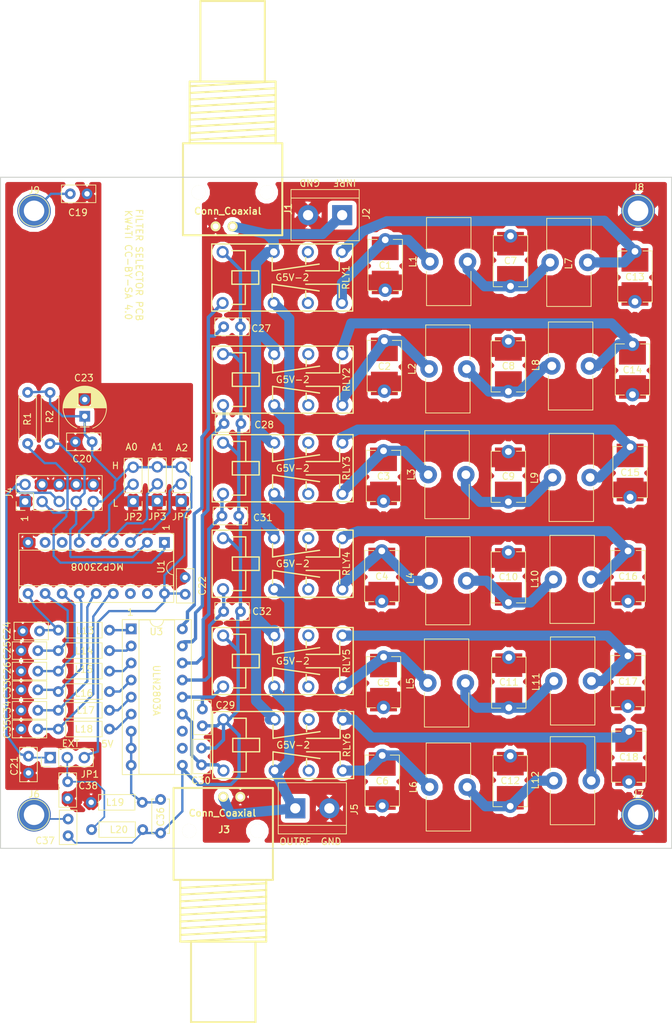
<source format=kicad_pcb>
(kicad_pcb (version 4) (host pcbnew 4.0.7)
  (layers (0 F.Cu signal) (31 B.Cu signal) (34 B.Paste user) (35 F.Paste user) (36 B.SilkS user) (37 F.SilkS user) (38 B.Mask user) (39 F.Mask user) (44 Edge.Cuts user))
  (net 0 "")
  (net 1 "Net-(C1-Pad1)")
  (net 2 "Net-(C2-Pad1)")
  (net 3 GND)
  (net 4 "Net-(C5-Pad1)")
  (net 5 "Net-(C6-Pad1)")
  (net 6 "Net-(C9-Pad1)")
  (net 7 "Net-(C10-Pad1)")
  (net 8 "Net-(C11-Pad1)")
  (net 9 "Net-(C12-Pad1)")
  (net 10 "Net-(J3-Pad1)")
  (net 11 "Net-(C27-Pad1)")
  (net 12 "Net-(C28-Pad1)")
  (net 13 "Net-(C29-Pad1)")
  (net 14 "Net-(C30-Pad1)")
  (net 15 "Net-(C31-Pad1)")
  (net 16 "Net-(C32-Pad1)")
  (net 17 "Net-(C3-Pad1)")
  (net 18 "Net-(C4-Pad1)")
  (net 19 "Net-(C7-Pad1)")
  (net 20 "Net-(C8-Pad1)")
  (net 21 "Net-(C13-Pad1)")
  (net 22 "Net-(C14-Pad1)")
  (net 23 "Net-(C15-Pad1)")
  (net 24 "Net-(C16-Pad1)")
  (net 25 "Net-(C17-Pad1)")
  (net 26 "Net-(C18-Pad1)")
  (net 27 "Net-(C19-Pad1)")
  (net 28 INRF)
  (net 29 "Net-(C24-Pad1)")
  (net 30 +5V)
  (net 31 "Net-(C21-Pad2)")
  (net 32 "Net-(C25-Pad1)")
  (net 33 "Net-(C26-Pad1)")
  (net 34 RLYPWR)
  (net 35 "Net-(C33-Pad1)")
  (net 36 "Net-(C34-Pad1)")
  (net 37 "Net-(C35-Pad1)")
  (net 38 RLYGND)
  (net 39 EXTPWR)
  (net 40 RFGND)
  (net 41 SCL)
  (net 42 SDA)
  (net 43 "Net-(JP2-Pad2)")
  (net 44 "Net-(JP3-Pad2)")
  (net 45 "Net-(JP4-Pad2)")
  (net 46 "Net-(L13-Pad2)")
  (net 47 "Net-(L14-Pad2)")
  (net 48 "Net-(L15-Pad2)")
  (net 49 "Net-(L16-Pad2)")
  (net 50 "Net-(L17-Pad2)")
  (net 51 "Net-(L18-Pad2)")
  (net 52 "Net-(C37-Pad1)")
  (module Inductors_THT:L_Toroid_Vertical_L13.0mm_W6.5mm_P5.60mm (layer F.Cu) (at 122.1486 68.1228 90)
    (fp_text reference L8 (at 0.127 -2.3876 90) (layer F.SilkS))
    (fp_text value L_Small)
    (pad 1 thru_hole circle (at 0 0 90) (size 2.6 2.6) (drill 1.3) (layers *.Cu *.Mask) (net 20 "Net-(C8-Pad1)"))
    (pad 2 thru_hole circle (at 0 5.6 90) (size 2.6 2.6) (drill 1.3) (layers *.Cu *.Mask) (net 22 "Net-(C14-Pad1)"))
  )
  (module Inductors_THT:L_Toroid_Vertical_L13.0mm_W6.5mm_P5.60mm (layer F.Cu) (at 103.6701 115.3668 90)
    (fp_text reference L5 (at -0.0762 -2.6289 270) (layer F.SilkS))
    (fp_text value L_Small)
    (pad 1 thru_hole circle (at 0 0 90) (size 2.6 2.6) (drill 1.3) (layers *.Cu *.Mask) (net 4 "Net-(C5-Pad1)"))
    (pad 2 thru_hole circle (at 0 5.6 90) (size 2.6 2.6) (drill 1.3) (layers *.Cu *.Mask) (net 8 "Net-(C11-Pad1)"))
  )
  (module w_conn_rf:bnc_90_1-1337543-0 (layer F.Cu) (at 74.5871 34.9377 180)
    (fp_text reference J1 (at -8.2804 -9.7917 270) (layer F.SilkS) (effects (font (thickness 0.2))))
    (fp_text value Conn_Coaxial (at 0.72136 -10.1092 180) (layer F.SilkS) (effects (font (thickness 0.2))))
    (pad 1 thru_hole circle (at 0 -12.38 180) (size 1.5 1.5) (drill 0.9) (layers *.Cu *.Mask F.SilkS) (net 28 INRF))
    (pad 2 thru_hole circle (at 2.54 -12.38 180) (size 1.5 1.5) (drill 0.9) (layers *.Cu *.Mask F.SilkS) (net 40 RFGND))
    (pad "" np_thru_hole circle (at 5.08 -7.3 180) (size 2.1 2.1) (drill 2.1) (layers *.Cu *.Mask F.SilkS))
    (pad "" np_thru_hole circle (at -5.08 -7.3 180) (size 2.1 2.1) (drill 2.1) (layers *.Cu *.Mask F.SilkS))
  )
  (module Connectors_Terminal_Blocks:TerminalBlock_bornier-2_P5.08mm (layer F.Cu) (at 90.9066 45.6438 180)
    (fp_text reference J2 (at -3.59664 0.20066 270) (layer F.SilkS))
    (fp_text value Conn_01x02)
    (pad 1 thru_hole rect (at 0 0 180) (size 3 3) (drill 1.52) (layers *.Cu *.Mask) (net 28 INRF))
    (pad 2 thru_hole circle (at 5.08 0 180) (size 3 3) (drill 1.52) (layers *.Cu *.Mask) (net 40 RFGND))
  )
  (module w_conn_rf:bnc_90_1-1337543-0 (layer F.Cu) (at 73.1901 144.7038)
    (fp_text reference J3 (at 0.127 -7.493 180) (layer F.SilkS) (effects (font (thickness 0.2))))
    (fp_text value Conn_Coaxial (at -0.127 -9.9568) (layer F.SilkS) (effects (font (thickness 0.2))))
    (pad 1 thru_hole circle (at 0 -12.38) (size 1.5 1.5) (drill 0.9) (layers *.Cu *.Mask F.SilkS) (net 10 "Net-(J3-Pad1)"))
    (pad 2 thru_hole circle (at 2.54 -12.38) (size 1.5 1.5) (drill 0.9) (layers *.Cu *.Mask F.SilkS) (net 40 RFGND))
    (pad "" np_thru_hole circle (at 5.08 -7.3) (size 2.1 2.1) (drill 2.1) (layers *.Cu *.Mask F.SilkS))
    (pad "" np_thru_hole circle (at -5.08 -7.3) (size 2.1 2.1) (drill 2.1) (layers *.Cu *.Mask F.SilkS))
  )
  (module Connectors_Terminal_Blocks:TerminalBlock_bornier-2_P5.08mm (layer F.Cu) (at 83.9216 134.0358)
    (fp_text reference J5 (at 8.8011 0.1778 90) (layer F.SilkS))
    (fp_text value Conn_01x02)
    (pad 1 thru_hole rect (at 0 0) (size 3 3) (drill 1.52) (layers *.Cu *.Mask) (net 10 "Net-(J3-Pad1)"))
    (pad 2 thru_hole circle (at 5.08 0) (size 3 3) (drill 1.52) (layers *.Cu *.Mask) (net 40 RFGND))
  )
  (module Connectors:1pin (layer F.Cu) (at 45 135)
    (fp_text reference J6 (at 0 -3.048) (layer F.SilkS))
    (fp_text value Conn_01x01)
    (pad 1 thru_hole circle (at 0 0) (size 5 5) (drill 3.048) (layers *.Cu *.Mask) (net 52 "Net-(C37-Pad1)"))
  )
  (module Connectors:1pin (layer F.Cu) (at 135 135)
    (fp_text reference J7 (at 0 -3.048) (layer F.SilkS))
    (fp_text value Conn_01x01)
    (pad 1 thru_hole circle (at 0 0) (size 5 5) (drill 3.048) (layers *.Cu *.Mask) (net 40 RFGND))
  )
  (module Connectors:1pin (layer F.Cu) (at 135 45)
    (fp_text reference J8 (at 0.0518 -3.4964) (layer F.SilkS))
    (fp_text value Conn_01x01)
    (pad 1 thru_hole circle (at 0 0) (size 5 5) (drill 3.048) (layers *.Cu *.Mask) (net 40 RFGND))
  )
  (module Connectors:1pin (layer F.Cu) (at 45 45)
    (fp_text reference J9 (at 0 -3.048) (layer F.SilkS))
    (fp_text value Conn_01x01)
    (pad 1 thru_hole circle (at 0 0) (size 5 5) (drill 3.048) (layers *.Cu *.Mask) (net 27 "Net-(C19-Pad1)"))
  )
  (module Inductors_THT:L_Toroid_Vertical_L13.0mm_W6.5mm_P5.60mm (layer F.Cu) (at 103.8606 100.1268 90)
    (fp_text reference L4 (at 0.381 -2.794 270) (layer F.SilkS))
    (fp_text value L_Small)
    (pad 1 thru_hole circle (at 0 0 90) (size 2.6 2.6) (drill 1.3) (layers *.Cu *.Mask) (net 18 "Net-(C4-Pad1)"))
    (pad 2 thru_hole circle (at 0 5.6 90) (size 2.6 2.6) (drill 1.3) (layers *.Cu *.Mask) (net 7 "Net-(C10-Pad1)"))
  )
  (module Inductors_THT:L_Toroid_Vertical_L13.0mm_W6.5mm_P5.60mm (layer F.Cu) (at 103.9368 130.8608 90)
    (fp_text reference L6 (at -0.0254 -2.4384 90) (layer F.SilkS))
    (fp_text value L_Small)
    (pad 1 thru_hole circle (at 0 0 90) (size 2.6 2.6) (drill 1.3) (layers *.Cu *.Mask) (net 5 "Net-(C6-Pad1)"))
    (pad 2 thru_hole circle (at 0 5.6 90) (size 2.6 2.6) (drill 1.3) (layers *.Cu *.Mask) (net 9 "Net-(C12-Pad1)"))
  )
  (module Inductors_THT:L_Toroid_Vertical_L13.0mm_W6.5mm_P5.60mm (layer F.Cu) (at 121.8946 52.6923 90)
    (fp_text reference L7 (at -0.1651 2.7559 90) (layer F.SilkS))
    (fp_text value L_Small)
    (pad 1 thru_hole circle (at 0 0 90) (size 2.6 2.6) (drill 1.3) (layers *.Cu *.Mask) (net 19 "Net-(C7-Pad1)"))
    (pad 2 thru_hole circle (at 0 5.6 90) (size 2.6 2.6) (drill 1.3) (layers *.Cu *.Mask) (net 21 "Net-(C13-Pad1)"))
  )
  (module Inductors_THT:L_Toroid_Vertical_L13.0mm_W6.5mm_P5.60mm (layer F.Cu) (at 122.2502 84.7344 90)
    (fp_text reference L9 (at -0.0762 -2.6924 90) (layer F.SilkS))
    (fp_text value L_Small)
    (pad 1 thru_hole circle (at 0 0 90) (size 2.6 2.6) (drill 1.3) (layers *.Cu *.Mask) (net 6 "Net-(C9-Pad1)"))
    (pad 2 thru_hole circle (at 0 5.6 90) (size 2.6 2.6) (drill 1.3) (layers *.Cu *.Mask) (net 23 "Net-(C15-Pad1)"))
  )
  (module Inductors_THT:L_Toroid_Vertical_L13.0mm_W6.5mm_P5.60mm (layer F.Cu) (at 122.3772 99.9236 90)
    (fp_text reference L10 (at 0.0508 -2.7686 90) (layer F.SilkS))
    (fp_text value L_Small)
    (pad 1 thru_hole circle (at 0 0 90) (size 2.6 2.6) (drill 1.3) (layers *.Cu *.Mask) (net 7 "Net-(C10-Pad1)"))
    (pad 2 thru_hole circle (at 0 5.6 90) (size 2.6 2.6) (drill 1.3) (layers *.Cu *.Mask) (net 24 "Net-(C16-Pad1)"))
  )
  (module Inductors_THT:L_Toroid_Vertical_L13.0mm_W6.5mm_P5.60mm (layer F.Cu) (at 122.4534 115.062 90)
    (fp_text reference L11 (at -0.127 -2.667 90) (layer F.SilkS))
    (fp_text value L_Small)
    (pad 1 thru_hole circle (at 0 0 90) (size 2.6 2.6) (drill 1.3) (layers *.Cu *.Mask) (net 8 "Net-(C11-Pad1)"))
    (pad 2 thru_hole circle (at 0 5.6 90) (size 2.6 2.6) (drill 1.3) (layers *.Cu *.Mask) (net 25 "Net-(C17-Pad1)"))
  )
  (module Inductors_THT:L_Toroid_Vertical_L13.0mm_W6.5mm_P5.60mm (layer F.Cu) (at 122.428 129.921 90)
    (fp_text reference L12 (at 0.0762 -2.7432 90) (layer F.SilkS))
    (fp_text value L_Small)
    (pad 1 thru_hole circle (at 0 0 90) (size 2.6 2.6) (drill 1.3) (layers *.Cu *.Mask) (net 9 "Net-(C12-Pad1)"))
    (pad 2 thru_hole circle (at 0 5.6 90) (size 2.6 2.6) (drill 1.3) (layers *.Cu *.Mask) (net 26 "Net-(C18-Pad1)"))
  )
  (module FilterD:C_Disc_SMD (layer F.Cu) (at 97.3201 49.3268 270)
    (fp_text reference C1 (at 3.81 0 540) (layer F.SilkS))
    (fp_text value C_Small)
    (pad 1 thru_hole circle (at 0 0 270) (size 2 2) (drill 1) (layers *.Cu *.Mask) (net 1 "Net-(C1-Pad1)"))
    (pad 2 thru_hole circle (at 7.5 0 270) (size 2 2) (drill 1) (layers *.Cu *.Mask) (net 40 RFGND))
    (pad 1 smd rect (at 1.27 0 270) (size 3.5 4) (layers F.Cu F.Paste F.Mask) (net 1 "Net-(C1-Pad1)"))
    (pad 2 smd rect (at 6.35 0 270) (size 3.5 4) (layers F.Cu F.Paste F.Mask) (net 40 RFGND))
  )
  (module FilterD:C_Disc_SMD (layer F.Cu) (at 97.1931 64.3763 270)
    (fp_text reference C2 (at 3.81 0 540) (layer F.SilkS))
    (fp_text value C_Small)
    (pad 1 thru_hole circle (at 0 0 270) (size 2 2) (drill 1) (layers *.Cu *.Mask) (net 2 "Net-(C2-Pad1)"))
    (pad 2 thru_hole circle (at 7.5 0 270) (size 2 2) (drill 1) (layers *.Cu *.Mask) (net 40 RFGND))
    (pad 1 smd rect (at 1.27 0 270) (size 3.5 4) (layers F.Cu F.Paste F.Mask) (net 2 "Net-(C2-Pad1)"))
    (pad 2 smd rect (at 6.35 0 270) (size 3.5 4) (layers F.Cu F.Paste F.Mask) (net 40 RFGND))
  )
  (module FilterD:C_Disc_SMD (layer F.Cu) (at 97.0661 80.7593 270)
    (fp_text reference C3 (at 3.81 0 540) (layer F.SilkS))
    (fp_text value C_Small)
    (pad 1 thru_hole circle (at 0 0 270) (size 2 2) (drill 1) (layers *.Cu *.Mask) (net 17 "Net-(C3-Pad1)"))
    (pad 2 thru_hole circle (at 7.5 0 270) (size 2 2) (drill 1) (layers *.Cu *.Mask) (net 40 RFGND))
    (pad 1 smd rect (at 1.27 0 270) (size 3.5 4) (layers F.Cu F.Paste F.Mask) (net 17 "Net-(C3-Pad1)"))
    (pad 2 smd rect (at 6.35 0 270) (size 3.5 4) (layers F.Cu F.Paste F.Mask) (net 40 RFGND))
  )
  (module FilterD:C_Disc_SMD (layer F.Cu) (at 96.8121 95.6818 270)
    (fp_text reference C4 (at 3.81 0 540) (layer F.SilkS))
    (fp_text value C_Small)
    (pad 1 thru_hole circle (at 0 0 270) (size 2 2) (drill 1) (layers *.Cu *.Mask) (net 18 "Net-(C4-Pad1)"))
    (pad 2 thru_hole circle (at 7.5 0 270) (size 2 2) (drill 1) (layers *.Cu *.Mask) (net 40 RFGND))
    (pad 1 smd rect (at 1.27 0 270) (size 3.5 4) (layers F.Cu F.Paste F.Mask) (net 18 "Net-(C4-Pad1)"))
    (pad 2 smd rect (at 6.35 0 270) (size 3.5 4) (layers F.Cu F.Paste F.Mask) (net 40 RFGND))
  )
  (module FilterD:C_Disc_SMD (layer F.Cu) (at 97.0661 111.4933 270)
    (fp_text reference C5 (at 3.81 0 540) (layer F.SilkS))
    (fp_text value C_Small)
    (pad 1 thru_hole circle (at 0 0 270) (size 2 2) (drill 1) (layers *.Cu *.Mask) (net 4 "Net-(C5-Pad1)"))
    (pad 2 thru_hole circle (at 7.5 0 270) (size 2 2) (drill 1) (layers *.Cu *.Mask) (net 40 RFGND))
    (pad 1 smd rect (at 1.27 0 270) (size 3.5 4) (layers F.Cu F.Paste F.Mask) (net 4 "Net-(C5-Pad1)"))
    (pad 2 smd rect (at 6.35 0 270) (size 3.5 4) (layers F.Cu F.Paste F.Mask) (net 40 RFGND))
  )
  (module FilterD:C_Disc_SMD (layer F.Cu) (at 96.8756 126.1618 270)
    (fp_text reference C6 (at 3.81 0 540) (layer F.SilkS))
    (fp_text value C_Small)
    (pad 1 thru_hole circle (at 0 0 270) (size 2 2) (drill 1) (layers *.Cu *.Mask) (net 5 "Net-(C6-Pad1)"))
    (pad 2 thru_hole circle (at 7.5 0 270) (size 2 2) (drill 1) (layers *.Cu *.Mask) (net 40 RFGND))
    (pad 1 smd rect (at 1.27 0 270) (size 3.5 4) (layers F.Cu F.Paste F.Mask) (net 5 "Net-(C6-Pad1)"))
    (pad 2 smd rect (at 6.35 0 270) (size 3.5 4) (layers F.Cu F.Paste F.Mask) (net 40 RFGND))
  )
  (module FilterD:C_Disc_SMD (layer F.Cu) (at 115.9891 56.2483 90)
    (fp_text reference C7 (at 3.81 0 360) (layer F.SilkS))
    (fp_text value C_Small)
    (pad 1 thru_hole circle (at 0 0 90) (size 2 2) (drill 1) (layers *.Cu *.Mask) (net 19 "Net-(C7-Pad1)"))
    (pad 2 thru_hole circle (at 7.5 0 90) (size 2 2) (drill 1) (layers *.Cu *.Mask) (net 40 RFGND))
    (pad 1 smd rect (at 1.27 0 90) (size 3.5 4) (layers F.Cu F.Paste F.Mask) (net 19 "Net-(C7-Pad1)"))
    (pad 2 smd rect (at 6.35 0 90) (size 3.5 4) (layers F.Cu F.Paste F.Mask) (net 40 RFGND))
  )
  (module FilterD:C_Disc_SMD (layer F.Cu) (at 115.6716 71.9328 90)
    (fp_text reference C8 (at 3.81 0 360) (layer F.SilkS))
    (fp_text value C_Small)
    (pad 1 thru_hole circle (at 0 0 90) (size 2 2) (drill 1) (layers *.Cu *.Mask) (net 20 "Net-(C8-Pad1)"))
    (pad 2 thru_hole circle (at 7.5 0 90) (size 2 2) (drill 1) (layers *.Cu *.Mask) (net 40 RFGND))
    (pad 1 smd rect (at 1.27 0 90) (size 3.5 4) (layers F.Cu F.Paste F.Mask) (net 20 "Net-(C8-Pad1)"))
    (pad 2 smd rect (at 6.35 0 90) (size 3.5 4) (layers F.Cu F.Paste F.Mask) (net 40 RFGND))
  )
  (module FilterD:C_Disc_SMD (layer F.Cu) (at 115.6716 88.3793 90)
    (fp_text reference C9 (at 3.81 0 360) (layer F.SilkS))
    (fp_text value C_Small)
    (pad 1 thru_hole circle (at 0 0 90) (size 2 2) (drill 1) (layers *.Cu *.Mask) (net 6 "Net-(C9-Pad1)"))
    (pad 2 thru_hole circle (at 7.5 0 90) (size 2 2) (drill 1) (layers *.Cu *.Mask) (net 40 RFGND))
    (pad 1 smd rect (at 1.27 0 90) (size 3.5 4) (layers F.Cu F.Paste F.Mask) (net 6 "Net-(C9-Pad1)"))
    (pad 2 smd rect (at 6.35 0 90) (size 3.5 4) (layers F.Cu F.Paste F.Mask) (net 40 RFGND))
  )
  (module FilterD:C_Disc_SMD (layer F.Cu) (at 115.6716 103.3653 90)
    (fp_text reference C10 (at 3.81 0 360) (layer F.SilkS))
    (fp_text value C_Small)
    (pad 1 thru_hole circle (at 0 0 90) (size 2 2) (drill 1) (layers *.Cu *.Mask) (net 7 "Net-(C10-Pad1)"))
    (pad 2 thru_hole circle (at 7.5 0 90) (size 2 2) (drill 1) (layers *.Cu *.Mask) (net 40 RFGND))
    (pad 1 smd rect (at 1.27 0 90) (size 3.5 4) (layers F.Cu F.Paste F.Mask) (net 7 "Net-(C10-Pad1)"))
    (pad 2 smd rect (at 6.35 0 90) (size 3.5 4) (layers F.Cu F.Paste F.Mask) (net 40 RFGND))
  )
  (module FilterD:C_Disc_SMD (layer F.Cu) (at 115.7351 119.0498 90)
    (fp_text reference C11 (at 3.81 0 360) (layer F.SilkS))
    (fp_text value C_Small)
    (pad 1 thru_hole circle (at 0 0 90) (size 2 2) (drill 1) (layers *.Cu *.Mask) (net 8 "Net-(C11-Pad1)"))
    (pad 2 thru_hole circle (at 7.5 0 90) (size 2 2) (drill 1) (layers *.Cu *.Mask) (net 40 RFGND))
    (pad 1 smd rect (at 1.27 0 90) (size 3.5 4) (layers F.Cu F.Paste F.Mask) (net 8 "Net-(C11-Pad1)"))
    (pad 2 smd rect (at 6.35 0 90) (size 3.5 4) (layers F.Cu F.Paste F.Mask) (net 40 RFGND))
  )
  (module FilterD:C_Disc_SMD (layer F.Cu) (at 115.951 133.731 90)
    (fp_text reference C12 (at 3.81 0 360) (layer F.SilkS))
    (fp_text value C_Small)
    (pad 1 thru_hole circle (at 0 0 90) (size 2 2) (drill 1) (layers *.Cu *.Mask) (net 9 "Net-(C12-Pad1)"))
    (pad 2 thru_hole circle (at 7.5 0 90) (size 2 2) (drill 1) (layers *.Cu *.Mask) (net 40 RFGND))
    (pad 1 smd rect (at 1.27 0 90) (size 3.5 4) (layers F.Cu F.Paste F.Mask) (net 9 "Net-(C12-Pad1)"))
    (pad 2 smd rect (at 6.35 0 90) (size 3.5 4) (layers F.Cu F.Paste F.Mask) (net 40 RFGND))
  )
  (module FilterD:C_Disc_SMD (layer F.Cu) (at 134.5311 51.0413 270)
    (fp_text reference C13 (at 3.81 0 540) (layer F.SilkS))
    (fp_text value C_Small)
    (pad 1 thru_hole circle (at 0 0 270) (size 2 2) (drill 1) (layers *.Cu *.Mask) (net 21 "Net-(C13-Pad1)"))
    (pad 2 thru_hole circle (at 7.5 0 270) (size 2 2) (drill 1) (layers *.Cu *.Mask) (net 40 RFGND))
    (pad 1 smd rect (at 1.27 0 270) (size 3.5 4) (layers F.Cu F.Paste F.Mask) (net 21 "Net-(C13-Pad1)"))
    (pad 2 smd rect (at 6.35 0 270) (size 3.5 4) (layers F.Cu F.Paste F.Mask) (net 40 RFGND))
  )
  (module FilterD:C_Disc_SMD (layer F.Cu) (at 134.1628 64.897 270)
    (fp_text reference C14 (at 3.81 0 540) (layer F.SilkS))
    (fp_text value C_Small)
    (pad 1 thru_hole circle (at 0 0 270) (size 2 2) (drill 1) (layers *.Cu *.Mask) (net 22 "Net-(C14-Pad1)"))
    (pad 2 thru_hole circle (at 7.5 0 270) (size 2 2) (drill 1) (layers *.Cu *.Mask) (net 40 RFGND))
    (pad 1 smd rect (at 1.27 0 270) (size 3.5 4) (layers F.Cu F.Paste F.Mask) (net 22 "Net-(C14-Pad1)"))
    (pad 2 smd rect (at 6.35 0 270) (size 3.5 4) (layers F.Cu F.Paste F.Mask) (net 40 RFGND))
  )
  (module FilterD:C_Disc_SMD (layer F.Cu) (at 133.8072 80.1878 270)
    (fp_text reference C15 (at 3.81 0 540) (layer F.SilkS))
    (fp_text value C_Small)
    (pad 1 thru_hole circle (at 0 0 270) (size 2 2) (drill 1) (layers *.Cu *.Mask) (net 23 "Net-(C15-Pad1)"))
    (pad 2 thru_hole circle (at 7.5 0 270) (size 2 2) (drill 1) (layers *.Cu *.Mask) (net 40 RFGND))
    (pad 1 smd rect (at 1.27 0 270) (size 3.5 4) (layers F.Cu F.Paste F.Mask) (net 23 "Net-(C15-Pad1)"))
    (pad 2 smd rect (at 6.35 0 270) (size 3.5 4) (layers F.Cu F.Paste F.Mask) (net 40 RFGND))
  )
  (module FilterD:C_Disc_SMD (layer F.Cu) (at 133.5024 95.6818 270)
    (fp_text reference C16 (at 3.81 0 540) (layer F.SilkS))
    (fp_text value C_Small)
    (pad 1 thru_hole circle (at 0 0 270) (size 2 2) (drill 1) (layers *.Cu *.Mask) (net 24 "Net-(C16-Pad1)"))
    (pad 2 thru_hole circle (at 7.5 0 270) (size 2 2) (drill 1) (layers *.Cu *.Mask) (net 40 RFGND))
    (pad 1 smd rect (at 1.27 0 270) (size 3.5 4) (layers F.Cu F.Paste F.Mask) (net 24 "Net-(C16-Pad1)"))
    (pad 2 smd rect (at 6.35 0 270) (size 3.5 4) (layers F.Cu F.Paste F.Mask) (net 40 RFGND))
  )
  (module FilterD:C_Disc_SMD (layer F.Cu) (at 133.477 111.3282 270)
    (fp_text reference C17 (at 3.81 0 540) (layer F.SilkS))
    (fp_text value C_Small)
    (pad 1 thru_hole circle (at 0 0 270) (size 2 2) (drill 1) (layers *.Cu *.Mask) (net 25 "Net-(C17-Pad1)"))
    (pad 2 thru_hole circle (at 7.5 0 270) (size 2 2) (drill 1) (layers *.Cu *.Mask) (net 40 RFGND))
    (pad 1 smd rect (at 1.27 0 270) (size 3.5 4) (layers F.Cu F.Paste F.Mask) (net 25 "Net-(C17-Pad1)"))
    (pad 2 smd rect (at 6.35 0 270) (size 3.5 4) (layers F.Cu F.Paste F.Mask) (net 40 RFGND))
  )
  (module FilterD:C_Disc_SMD (layer F.Cu) (at 133.6167 122.5931 270)
    (fp_text reference C18 (at 3.81 0 540) (layer F.SilkS))
    (fp_text value C_Small)
    (pad 1 thru_hole circle (at 0 0 270) (size 2 2) (drill 1) (layers *.Cu *.Mask) (net 26 "Net-(C18-Pad1)"))
    (pad 2 thru_hole circle (at 7.5 0 270) (size 2 2) (drill 1) (layers *.Cu *.Mask) (net 40 RFGND))
    (pad 1 smd rect (at 1.27 0 270) (size 3.5 4) (layers F.Cu F.Paste F.Mask) (net 26 "Net-(C18-Pad1)"))
    (pad 2 smd rect (at 6.35 0 270) (size 3.5 4) (layers F.Cu F.Paste F.Mask) (net 40 RFGND))
  )
  (module Inductors_THT:L_Toroid_Vertical_L13.0mm_W6.5mm_P5.60mm (layer F.Cu) (at 103.9876 52.5653 90)
    (fp_text reference L1 (at 0 -2.55 90) (layer F.SilkS))
    (fp_text value L_Small)
    (pad 1 thru_hole circle (at 0 0 90) (size 2.6 2.6) (drill 1.3) (layers *.Cu *.Mask) (net 1 "Net-(C1-Pad1)"))
    (pad 2 thru_hole circle (at 0 5.6 90) (size 2.6 2.6) (drill 1.3) (layers *.Cu *.Mask) (net 19 "Net-(C7-Pad1)"))
  )
  (module Inductors_THT:L_Toroid_Vertical_L13.0mm_W6.5mm_P5.60mm (layer F.Cu) (at 103.8606 68.5673 90)
    (fp_text reference L2 (at 0 -2.55 90) (layer F.SilkS))
    (fp_text value L_Small)
    (pad 1 thru_hole circle (at 0 0 90) (size 2.6 2.6) (drill 1.3) (layers *.Cu *.Mask) (net 2 "Net-(C2-Pad1)"))
    (pad 2 thru_hole circle (at 0 5.6 90) (size 2.6 2.6) (drill 1.3) (layers *.Cu *.Mask) (net 20 "Net-(C8-Pad1)"))
  )
  (module Inductors_THT:L_Toroid_Vertical_L13.0mm_W6.5mm_P5.60mm (layer F.Cu) (at 103.7336 84.3153 90)
    (fp_text reference L3 (at 0 -2.55 90) (layer F.SilkS))
    (fp_text value L_Small)
    (pad 1 thru_hole circle (at 0 0 90) (size 2.6 2.6) (drill 1.3) (layers *.Cu *.Mask) (net 17 "Net-(C3-Pad1)"))
    (pad 2 thru_hole circle (at 0 5.6 90) (size 2.6 2.6) (drill 1.3) (layers *.Cu *.Mask) (net 6 "Net-(C9-Pad1)"))
  )
  (module FilterD:G2VRelay (layer F.Cu) (at 75.4761 54.9402)
    (fp_text reference RLY1 (at 16 0 90) (layer F.SilkS))
    (fp_text value DPDTRelay)
    (fp_text user G5V-2 (at 8 0) (layer F.SilkS))
    (pad 2 thru_hole circle (at 5.24 -3.8) (size 1.8 1.8) (drill 1.1) (layers *.Cu *.Mask) (net 28 INRF))
    (pad 4 thru_hole circle (at 15.4 -3.8) (size 1.8 1.8) (drill 1.1) (layers *.Cu *.Mask) (net 21 "Net-(C13-Pad1)"))
    (pad 3 thru_hole circle (at 10.32 -3.8) (size 1.8 1.8) (drill 1.1) (layers *.Cu *.Mask))
    (pad 7 thru_hole circle (at 10.32 3.8) (size 1.8 1.8) (drill 1.1) (layers *.Cu *.Mask))
    (pad 6 thru_hole circle (at 5.24 3.8) (size 1.8 1.8) (drill 1.1) (layers *.Cu *.Mask) (net 10 "Net-(J3-Pad1)"))
    (pad 8 thru_hole circle (at 15.4 3.8) (size 1.8 1.8) (drill 1.1) (layers *.Cu *.Mask) (net 1 "Net-(C1-Pad1)"))
    (pad 1 thru_hole circle (at -2.38 -3.8) (size 1.8 1.8) (drill 1.1) (layers *.Cu *.Mask) (net 34 RLYPWR))
    (pad 5 thru_hole circle (at -2.38 3.8) (size 1.8 1.8) (drill 1.1) (layers *.Cu *.Mask) (net 11 "Net-(C27-Pad1)"))
  )
  (module FilterD:G2VRelay (layer F.Cu) (at 75.5396 70.1548)
    (fp_text reference RLY2 (at 16 0 90) (layer F.SilkS))
    (fp_text value DPDTRelay)
    (fp_text user G5V-2 (at 8 0) (layer F.SilkS))
    (pad 2 thru_hole circle (at 5.24 -3.8) (size 1.8 1.8) (drill 1.1) (layers *.Cu *.Mask) (net 28 INRF))
    (pad 4 thru_hole circle (at 15.4 -3.8) (size 1.8 1.8) (drill 1.1) (layers *.Cu *.Mask) (net 22 "Net-(C14-Pad1)"))
    (pad 3 thru_hole circle (at 10.32 -3.8) (size 1.8 1.8) (drill 1.1) (layers *.Cu *.Mask))
    (pad 7 thru_hole circle (at 10.32 3.8) (size 1.8 1.8) (drill 1.1) (layers *.Cu *.Mask))
    (pad 6 thru_hole circle (at 5.24 3.8) (size 1.8 1.8) (drill 1.1) (layers *.Cu *.Mask) (net 10 "Net-(J3-Pad1)"))
    (pad 8 thru_hole circle (at 15.4 3.8) (size 1.8 1.8) (drill 1.1) (layers *.Cu *.Mask) (net 2 "Net-(C2-Pad1)"))
    (pad 1 thru_hole circle (at -2.38 -3.8) (size 1.8 1.8) (drill 1.1) (layers *.Cu *.Mask) (net 34 RLYPWR))
    (pad 5 thru_hole circle (at -2.38 3.8) (size 1.8 1.8) (drill 1.1) (layers *.Cu *.Mask) (net 12 "Net-(C28-Pad1)"))
  )
  (module FilterD:G2VRelay (layer F.Cu) (at 75.5396 83.3628)
    (fp_text reference RLY3 (at 16 0 90) (layer F.SilkS))
    (fp_text value DPDTRelay)
    (fp_text user G5V-2 (at 8 0) (layer F.SilkS))
    (pad 2 thru_hole circle (at 5.24 -3.8) (size 1.8 1.8) (drill 1.1) (layers *.Cu *.Mask) (net 28 INRF))
    (pad 4 thru_hole circle (at 15.4 -3.8) (size 1.8 1.8) (drill 1.1) (layers *.Cu *.Mask) (net 23 "Net-(C15-Pad1)"))
    (pad 3 thru_hole circle (at 10.32 -3.8) (size 1.8 1.8) (drill 1.1) (layers *.Cu *.Mask))
    (pad 7 thru_hole circle (at 10.32 3.8) (size 1.8 1.8) (drill 1.1) (layers *.Cu *.Mask))
    (pad 6 thru_hole circle (at 5.24 3.8) (size 1.8 1.8) (drill 1.1) (layers *.Cu *.Mask) (net 10 "Net-(J3-Pad1)"))
    (pad 8 thru_hole circle (at 15.4 3.8) (size 1.8 1.8) (drill 1.1) (layers *.Cu *.Mask) (net 17 "Net-(C3-Pad1)"))
    (pad 1 thru_hole circle (at -2.38 -3.8) (size 1.8 1.8) (drill 1.1) (layers *.Cu *.Mask) (net 34 RLYPWR))
    (pad 5 thru_hole circle (at -2.38 3.8) (size 1.8 1.8) (drill 1.1) (layers *.Cu *.Mask) (net 15 "Net-(C31-Pad1)"))
  )
  (module FilterD:G2VRelay (layer F.Cu) (at 75.5396 97.5868)
    (fp_text reference RLY4 (at 16 0 90) (layer F.SilkS))
    (fp_text value DPDTRelay)
    (fp_text user G5V-2 (at 8 0) (layer F.SilkS))
    (pad 2 thru_hole circle (at 5.24 -3.8) (size 1.8 1.8) (drill 1.1) (layers *.Cu *.Mask) (net 28 INRF))
    (pad 4 thru_hole circle (at 15.4 -3.8) (size 1.8 1.8) (drill 1.1) (layers *.Cu *.Mask) (net 24 "Net-(C16-Pad1)"))
    (pad 3 thru_hole circle (at 10.32 -3.8) (size 1.8 1.8) (drill 1.1) (layers *.Cu *.Mask))
    (pad 7 thru_hole circle (at 10.32 3.8) (size 1.8 1.8) (drill 1.1) (layers *.Cu *.Mask))
    (pad 6 thru_hole circle (at 5.24 3.8) (size 1.8 1.8) (drill 1.1) (layers *.Cu *.Mask) (net 10 "Net-(J3-Pad1)"))
    (pad 8 thru_hole circle (at 15.4 3.8) (size 1.8 1.8) (drill 1.1) (layers *.Cu *.Mask) (net 18 "Net-(C4-Pad1)"))
    (pad 1 thru_hole circle (at -2.38 -3.8) (size 1.8 1.8) (drill 1.1) (layers *.Cu *.Mask) (net 34 RLYPWR))
    (pad 5 thru_hole circle (at -2.38 3.8) (size 1.8 1.8) (drill 1.1) (layers *.Cu *.Mask) (net 16 "Net-(C32-Pad1)"))
  )
  (module FilterD:G2VRelay (layer F.Cu) (at 75.54976 112.09528)
    (fp_text reference RLY5 (at 16 0 90) (layer F.SilkS))
    (fp_text value DPDTRelay)
    (fp_text user G5V-2 (at 8 0) (layer F.SilkS))
    (pad 2 thru_hole circle (at 5.24 -3.8) (size 1.8 1.8) (drill 1.1) (layers *.Cu *.Mask) (net 28 INRF))
    (pad 4 thru_hole circle (at 15.4 -3.8) (size 1.8 1.8) (drill 1.1) (layers *.Cu *.Mask) (net 25 "Net-(C17-Pad1)"))
    (pad 3 thru_hole circle (at 10.32 -3.8) (size 1.8 1.8) (drill 1.1) (layers *.Cu *.Mask))
    (pad 7 thru_hole circle (at 10.32 3.8) (size 1.8 1.8) (drill 1.1) (layers *.Cu *.Mask))
    (pad 6 thru_hole circle (at 5.24 3.8) (size 1.8 1.8) (drill 1.1) (layers *.Cu *.Mask) (net 10 "Net-(J3-Pad1)"))
    (pad 8 thru_hole circle (at 15.4 3.8) (size 1.8 1.8) (drill 1.1) (layers *.Cu *.Mask) (net 4 "Net-(C5-Pad1)"))
    (pad 1 thru_hole circle (at -2.38 -3.8) (size 1.8 1.8) (drill 1.1) (layers *.Cu *.Mask) (net 34 RLYPWR))
    (pad 5 thru_hole circle (at -2.38 3.8) (size 1.8 1.8) (drill 1.1) (layers *.Cu *.Mask) (net 13 "Net-(C29-Pad1)"))
  )
  (module FilterD:G2VRelay (layer F.Cu) (at 75.60564 124.6124)
    (fp_text reference RLY6 (at 16 0 90) (layer F.SilkS))
    (fp_text value DPDTRelay)
    (fp_text user G5V-2 (at 8 0) (layer F.SilkS))
    (pad 2 thru_hole circle (at 5.24 -3.8) (size 1.8 1.8) (drill 1.1) (layers *.Cu *.Mask) (net 28 INRF))
    (pad 4 thru_hole circle (at 15.4 -3.8) (size 1.8 1.8) (drill 1.1) (layers *.Cu *.Mask) (net 26 "Net-(C18-Pad1)"))
    (pad 3 thru_hole circle (at 10.32 -3.8) (size 1.8 1.8) (drill 1.1) (layers *.Cu *.Mask))
    (pad 7 thru_hole circle (at 10.32 3.8) (size 1.8 1.8) (drill 1.1) (layers *.Cu *.Mask))
    (pad 6 thru_hole circle (at 5.24 3.8) (size 1.8 1.8) (drill 1.1) (layers *.Cu *.Mask) (net 10 "Net-(J3-Pad1)"))
    (pad 8 thru_hole circle (at 15.4 3.8) (size 1.8 1.8) (drill 1.1) (layers *.Cu *.Mask) (net 5 "Net-(C6-Pad1)"))
    (pad 1 thru_hole circle (at -2.38 -3.8) (size 1.8 1.8) (drill 1.1) (layers *.Cu *.Mask) (net 34 RLYPWR))
    (pad 5 thru_hole circle (at -2.38 3.8) (size 1.8 1.8) (drill 1.1) (layers *.Cu *.Mask) (net 14 "Net-(C30-Pad1)"))
  )
  (module Housings_DIP:DIP-18_W7.62mm_Socket (layer F.Cu) (at 59.4741 107.3023)
    (fp_text reference U3 (at 3.7465 0.4191) (layer F.SilkS))
    (fp_text value ULN2803A)
    (pad 1 thru_hole rect (at 0 0) (size 1.6 1.6) (drill 0.8) (layers *.Cu *.Mask) (net 46 "Net-(L13-Pad2)"))
    (pad 10 thru_hole oval (at 7.62 20.32) (size 1.6 1.6) (drill 0.8) (layers *.Cu *.Mask) (net 34 RLYPWR))
    (pad 2 thru_hole oval (at 0 2.54) (size 1.6 1.6) (drill 0.8) (layers *.Cu *.Mask) (net 47 "Net-(L14-Pad2)"))
    (pad 11 thru_hole oval (at 7.62 17.78) (size 1.6 1.6) (drill 0.8) (layers *.Cu *.Mask))
    (pad 3 thru_hole oval (at 0 5.08) (size 1.6 1.6) (drill 0.8) (layers *.Cu *.Mask) (net 48 "Net-(L15-Pad2)"))
    (pad 12 thru_hole oval (at 7.62 15.24) (size 1.6 1.6) (drill 0.8) (layers *.Cu *.Mask))
    (pad 4 thru_hole oval (at 0 7.62) (size 1.6 1.6) (drill 0.8) (layers *.Cu *.Mask) (net 49 "Net-(L16-Pad2)"))
    (pad 13 thru_hole oval (at 7.62 12.7) (size 1.6 1.6) (drill 0.8) (layers *.Cu *.Mask) (net 14 "Net-(C30-Pad1)"))
    (pad 5 thru_hole oval (at 0 10.16) (size 1.6 1.6) (drill 0.8) (layers *.Cu *.Mask) (net 50 "Net-(L17-Pad2)"))
    (pad 14 thru_hole oval (at 7.62 10.16) (size 1.6 1.6) (drill 0.8) (layers *.Cu *.Mask) (net 13 "Net-(C29-Pad1)"))
    (pad 6 thru_hole oval (at 0 12.7) (size 1.6 1.6) (drill 0.8) (layers *.Cu *.Mask) (net 51 "Net-(L18-Pad2)"))
    (pad 15 thru_hole oval (at 7.62 7.62) (size 1.6 1.6) (drill 0.8) (layers *.Cu *.Mask) (net 16 "Net-(C32-Pad1)"))
    (pad 7 thru_hole oval (at 0 15.24) (size 1.6 1.6) (drill 0.8) (layers *.Cu *.Mask) (net 38 RLYGND))
    (pad 16 thru_hole oval (at 7.62 5.08) (size 1.6 1.6) (drill 0.8) (layers *.Cu *.Mask) (net 15 "Net-(C31-Pad1)"))
    (pad 8 thru_hole oval (at 0 17.78) (size 1.6 1.6) (drill 0.8) (layers *.Cu *.Mask) (net 38 RLYGND))
    (pad 17 thru_hole oval (at 7.62 2.54) (size 1.6 1.6) (drill 0.8) (layers *.Cu *.Mask) (net 12 "Net-(C28-Pad1)"))
    (pad 9 thru_hole oval (at 0 20.32) (size 1.6 1.6) (drill 0.8) (layers *.Cu *.Mask) (net 38 RLYGND))
    (pad 18 thru_hole oval (at 7.62 0) (size 1.6 1.6) (drill 0.8) (layers *.Cu *.Mask) (net 11 "Net-(C27-Pad1)"))
  )
  (module Capacitors_THT:C_Disc_D5.0mm_W2.5mm_P2.50mm (layer F.Cu) (at 73.2536 62.2808)
    (fp_text reference C27 (at 5.588 0.254) (layer F.SilkS))
    (fp_text value C)
    (pad 1 thru_hole circle (at 0 0) (size 1.6 1.6) (drill 0.8) (layers *.Cu *.Mask) (net 11 "Net-(C27-Pad1)"))
    (pad 2 thru_hole circle (at 2.5 0) (size 1.6 1.6) (drill 0.8) (layers *.Cu *.Mask) (net 34 RLYPWR))
  )
  (module Capacitors_THT:C_Disc_D5.0mm_W2.5mm_P2.50mm (layer F.Cu) (at 73.3171 76.6953)
    (fp_text reference C28 (at 5.969 0.1905) (layer F.SilkS))
    (fp_text value C)
    (pad 1 thru_hole circle (at 0 0) (size 1.6 1.6) (drill 0.8) (layers *.Cu *.Mask) (net 12 "Net-(C28-Pad1)"))
    (pad 2 thru_hole circle (at 2.5 0) (size 1.6 1.6) (drill 0.8) (layers *.Cu *.Mask) (net 34 RLYPWR))
  )
  (module Capacitors_THT:C_Disc_D5.0mm_W2.5mm_P2.50mm (layer F.Cu) (at 70.0786 119.2403 270)
    (fp_text reference C29 (at -0.5715 -3.429 360) (layer F.SilkS))
    (fp_text value C)
    (pad 1 thru_hole circle (at 0 0 270) (size 1.6 1.6) (drill 0.8) (layers *.Cu *.Mask) (net 13 "Net-(C29-Pad1)"))
    (pad 2 thru_hole circle (at 2.5 0 270) (size 1.6 1.6) (drill 0.8) (layers *.Cu *.Mask) (net 34 RLYPWR))
  )
  (module Capacitors_THT:C_Disc_D5.0mm_W2.5mm_P2.50mm (layer F.Cu) (at 69.9516 127.5588 90)
    (fp_text reference C30 (at -2.3495 -0.0635 180) (layer F.SilkS))
    (fp_text value C)
    (pad 1 thru_hole circle (at 0 0 90) (size 1.6 1.6) (drill 0.8) (layers *.Cu *.Mask) (net 14 "Net-(C30-Pad1)"))
    (pad 2 thru_hole circle (at 2.5 0 90) (size 1.6 1.6) (drill 0.8) (layers *.Cu *.Mask) (net 34 RLYPWR))
  )
  (module Capacitors_THT:C_Disc_D5.0mm_W2.5mm_P2.50mm (layer F.Cu) (at 72.9996 90.4748)
    (fp_text reference C31 (at 6.096 0.254) (layer F.SilkS))
    (fp_text value C)
    (pad 1 thru_hole circle (at 0 0) (size 1.6 1.6) (drill 0.8) (layers *.Cu *.Mask) (net 15 "Net-(C31-Pad1)"))
    (pad 2 thru_hole circle (at 2.5 0) (size 1.6 1.6) (drill 0.8) (layers *.Cu *.Mask) (net 34 RLYPWR))
  )
  (module Capacitors_THT:C_Disc_D5.0mm_W2.5mm_P2.50mm (layer F.Cu) (at 73.2536 104.6988)
    (fp_text reference C32 (at 5.715 0 180) (layer F.SilkS))
    (fp_text value C)
    (pad 1 thru_hole circle (at 0 0) (size 1.6 1.6) (drill 0.8) (layers *.Cu *.Mask) (net 16 "Net-(C32-Pad1)"))
    (pad 2 thru_hole circle (at 2.5 0) (size 1.6 1.6) (drill 0.8) (layers *.Cu *.Mask) (net 34 RLYPWR))
  )
  (module Capacitors_THT:C_Disc_D5.0mm_W2.5mm_P2.50mm (layer F.Cu) (at 51.1556 79.4258)
    (fp_text reference C20 (at 1.016 2.54) (layer F.SilkS))
    (fp_text value "100 nF")
    (pad 1 thru_hole circle (at 0 0) (size 1.6 1.6) (drill 0.8) (layers *.Cu *.Mask) (net 3 GND))
    (pad 2 thru_hole circle (at 2.5 0) (size 1.6 1.6) (drill 0.8) (layers *.Cu *.Mask) (net 30 +5V))
  )
  (module Capacitors_THT:C_Disc_D5.0mm_W2.5mm_P2.50mm (layer F.Cu) (at 67.5132 99.6315 270)
    (fp_text reference C22 (at 1.25 -2.56 270) (layer F.SilkS))
    (fp_text value "100 nF")
    (pad 1 thru_hole circle (at 0 0 270) (size 1.6 1.6) (drill 0.8) (layers *.Cu *.Mask) (net 3 GND))
    (pad 2 thru_hole circle (at 2.5 0 270) (size 1.6 1.6) (drill 0.8) (layers *.Cu *.Mask) (net 30 +5V))
  )
  (module Capacitors_THT:C_Disc_D5.0mm_W2.5mm_P2.50mm (layer F.Cu) (at 45.8216 107.6198 180)
    (fp_text reference C24 (at 4.8514 0 270) (layer F.SilkS))
    (fp_text value "10 nF")
    (pad 1 thru_hole circle (at 0 0 180) (size 1.6 1.6) (drill 0.8) (layers *.Cu *.Mask) (net 29 "Net-(C24-Pad1)"))
    (pad 2 thru_hole circle (at 2.5 0 180) (size 1.6 1.6) (drill 0.8) (layers *.Cu *.Mask) (net 3 GND))
  )
  (module Capacitors_THT:C_Disc_D5.0mm_W2.5mm_P2.50mm (layer F.Cu) (at 50.3936 42.4688)
    (fp_text reference C19 (at 1.143 2.794) (layer F.SilkS))
    (fp_text value "100 nF")
    (pad 1 thru_hole circle (at 0 0) (size 1.6 1.6) (drill 0.8) (layers *.Cu *.Mask) (net 27 "Net-(C19-Pad1)"))
    (pad 2 thru_hole circle (at 2.5 0) (size 1.6 1.6) (drill 0.8) (layers *.Cu *.Mask) (net 3 GND))
  )
  (module Capacitors_THT:C_Disc_D5.0mm_W2.5mm_P2.50mm (layer F.Cu) (at 44.1706 128.7653 90)
    (fp_text reference C21 (at 1.0414 -2.1209 270) (layer F.SilkS))
    (fp_text value "100 nF")
    (pad 1 thru_hole circle (at 0 0 90) (size 1.6 1.6) (drill 0.8) (layers *.Cu *.Mask) (net 3 GND))
    (pad 2 thru_hole circle (at 2.5 0 90) (size 1.6 1.6) (drill 0.8) (layers *.Cu *.Mask) (net 31 "Net-(C21-Pad2)"))
  )
  (module Capacitors_THT:C_Disc_D5.0mm_W2.5mm_P2.50mm (layer F.Cu) (at 45.5676 110.5408 180)
    (fp_text reference C25 (at 4.572 0 270) (layer F.SilkS))
    (fp_text value C_Small)
    (pad 1 thru_hole circle (at 0 0 180) (size 1.6 1.6) (drill 0.8) (layers *.Cu *.Mask) (net 32 "Net-(C25-Pad1)"))
    (pad 2 thru_hole circle (at 2.5 0 180) (size 1.6 1.6) (drill 0.8) (layers *.Cu *.Mask) (net 3 GND))
  )
  (module Capacitors_THT:C_Disc_D5.0mm_W2.5mm_P2.50mm (layer F.Cu) (at 45.5676 113.5888 180)
    (fp_text reference C26 (at 4.572 0 270) (layer F.SilkS))
    (fp_text value C_Small)
    (pad 1 thru_hole circle (at 0 0 180) (size 1.6 1.6) (drill 0.8) (layers *.Cu *.Mask) (net 33 "Net-(C26-Pad1)"))
    (pad 2 thru_hole circle (at 2.5 0 180) (size 1.6 1.6) (drill 0.8) (layers *.Cu *.Mask) (net 3 GND))
  )
  (module Capacitors_THT:C_Disc_D5.0mm_W2.5mm_P2.50mm (layer F.Cu) (at 45.5676 116.3828 180)
    (fp_text reference C33 (at 4.572 0 270) (layer F.SilkS))
    (fp_text value "10 nF")
    (pad 1 thru_hole circle (at 0 0 180) (size 1.6 1.6) (drill 0.8) (layers *.Cu *.Mask) (net 35 "Net-(C33-Pad1)"))
    (pad 2 thru_hole circle (at 2.5 0 180) (size 1.6 1.6) (drill 0.8) (layers *.Cu *.Mask) (net 3 GND))
  )
  (module Capacitors_THT:C_Disc_D5.0mm_W2.5mm_P2.50mm (layer F.Cu) (at 45.5676 119.4308 180)
    (fp_text reference C34 (at 4.572 0 270) (layer F.SilkS))
    (fp_text value "10 nF")
    (pad 1 thru_hole circle (at 0 0 180) (size 1.6 1.6) (drill 0.8) (layers *.Cu *.Mask) (net 36 "Net-(C34-Pad1)"))
    (pad 2 thru_hole circle (at 2.5 0 180) (size 1.6 1.6) (drill 0.8) (layers *.Cu *.Mask) (net 3 GND))
  )
  (module Capacitors_THT:C_Disc_D5.0mm_W2.5mm_P2.50mm (layer F.Cu) (at 45.5676 122.2248 180)
    (fp_text reference C35 (at 4.572 0 270) (layer F.SilkS))
    (fp_text value "10 nF")
    (pad 1 thru_hole circle (at 0 0 180) (size 1.6 1.6) (drill 0.8) (layers *.Cu *.Mask) (net 37 "Net-(C35-Pad1)"))
    (pad 2 thru_hole circle (at 2.5 0 180) (size 1.6 1.6) (drill 0.8) (layers *.Cu *.Mask) (net 3 GND))
  )
  (module Capacitors_THT:C_Disc_D5.0mm_W2.5mm_P5.00mm (layer F.Cu) (at 63.8556 137.7188 90)
    (fp_text reference C36 (at 2.413 0 270) (layer F.SilkS))
    (fp_text value "10 nF")
    (pad 1 thru_hole circle (at 0 0 90) (size 1.6 1.6) (drill 0.8) (layers *.Cu *.Mask) (net 34 RLYPWR))
    (pad 2 thru_hole circle (at 5 0 90) (size 1.6 1.6) (drill 0.8) (layers *.Cu *.Mask) (net 38 RLYGND))
  )
  (module Capacitors_THT:C_Disc_D5.0mm_W2.5mm_P2.50mm (layer F.Cu) (at 50.0126 132.5753 90)
    (fp_text reference C38 (at 1.905 3.048 180) (layer F.SilkS))
    (fp_text value "100 nF")
    (pad 1 thru_hole circle (at 0 0 90) (size 1.6 1.6) (drill 0.8) (layers *.Cu *.Mask) (net 3 GND))
    (pad 2 thru_hole circle (at 2.5 0 90) (size 1.6 1.6) (drill 0.8) (layers *.Cu *.Mask) (net 39 EXTPWR))
  )
  (module Pin_Headers:Pin_Header_Straight_2x05_Pitch2.54mm (layer F.Cu) (at 43.6626 88.3158 90)
    (fp_text reference J4 (at 1.27 -2.33 90) (layer F.SilkS))
    (fp_text value Conn_02x05_Odd_Even)
    (pad 1 thru_hole rect (at 0 0 90) (size 1.7 1.7) (drill 1) (layers *.Cu *.Mask) (net 3 GND))
    (pad 2 thru_hole oval (at 2.54 0 90) (size 1.7 1.7) (drill 1) (layers *.Cu *.Mask) (net 31 "Net-(C21-Pad2)"))
    (pad 3 thru_hole oval (at 0 2.54 90) (size 1.7 1.7) (drill 1) (layers *.Cu *.Mask) (net 41 SCL))
    (pad 4 thru_hole oval (at 2.54 2.54 90) (size 1.7 1.7) (drill 1) (layers *.Cu *.Mask) (net 3 GND))
    (pad 5 thru_hole oval (at 0 5.08 90) (size 1.7 1.7) (drill 1) (layers *.Cu *.Mask) (net 31 "Net-(C21-Pad2)"))
    (pad 6 thru_hole oval (at 2.54 5.08 90) (size 1.7 1.7) (drill 1) (layers *.Cu *.Mask) (net 3 GND))
    (pad 7 thru_hole oval (at 0 7.62 90) (size 1.7 1.7) (drill 1) (layers *.Cu *.Mask) (net 42 SDA))
    (pad 8 thru_hole oval (at 2.54 7.62 90) (size 1.7 1.7) (drill 1) (layers *.Cu *.Mask) (net 3 GND))
    (pad 9 thru_hole oval (at 0 10.16 90) (size 1.7 1.7) (drill 1) (layers *.Cu *.Mask) (net 30 +5V))
    (pad 10 thru_hole oval (at 2.54 10.16 90) (size 1.7 1.7) (drill 1) (layers *.Cu *.Mask) (net 3 GND))
  )
  (module Pin_Headers:Pin_Header_Straight_1x03_Pitch2.54mm (layer F.Cu) (at 47.4091 126.4793 90)
    (fp_text reference JP1 (at -2.4765 5.9055 180) (layer F.SilkS))
    (fp_text value Jumper_NC_Dual)
    (pad 1 thru_hole rect (at 0 0 90) (size 1.7 1.7) (drill 1) (layers *.Cu *.Mask) (net 31 "Net-(C21-Pad2)"))
    (pad 2 thru_hole oval (at 0 2.54 90) (size 1.7 1.7) (drill 1) (layers *.Cu *.Mask) (net 39 EXTPWR))
    (pad 3 thru_hole oval (at 0 5.08 90) (size 1.7 1.7) (drill 1) (layers *.Cu *.Mask) (net 30 +5V))
  )
  (module Pin_Headers:Pin_Header_Straight_1x03_Pitch2.54mm (layer F.Cu) (at 59.7662 88.2904 180)
    (fp_text reference JP2 (at 0 -2.33 180) (layer F.SilkS))
    (fp_text value Jumper_NC_Dual)
    (pad 1 thru_hole rect (at 0 0 180) (size 1.7 1.7) (drill 1) (layers *.Cu *.Mask) (net 3 GND))
    (pad 2 thru_hole oval (at 0 2.54 180) (size 1.7 1.7) (drill 1) (layers *.Cu *.Mask) (net 43 "Net-(JP2-Pad2)"))
    (pad 3 thru_hole oval (at 0 5.08 180) (size 1.7 1.7) (drill 1) (layers *.Cu *.Mask) (net 30 +5V))
  )
  (module Pin_Headers:Pin_Header_Straight_1x03_Pitch2.54mm (layer F.Cu) (at 63.36792 88.23452 180)
    (fp_text reference JP3 (at 0 -2.33 180) (layer F.SilkS))
    (fp_text value Jumper_NC_Dual)
    (pad 1 thru_hole rect (at 0 0 180) (size 1.7 1.7) (drill 1) (layers *.Cu *.Mask) (net 3 GND))
    (pad 2 thru_hole oval (at 0 2.54 180) (size 1.7 1.7) (drill 1) (layers *.Cu *.Mask) (net 44 "Net-(JP3-Pad2)"))
    (pad 3 thru_hole oval (at 0 5.08 180) (size 1.7 1.7) (drill 1) (layers *.Cu *.Mask) (net 30 +5V))
  )
  (module Pin_Headers:Pin_Header_Straight_1x03_Pitch2.54mm (layer F.Cu) (at 66.91884 88.265 180)
    (fp_text reference JP4 (at 0 -2.33 180) (layer F.SilkS))
    (fp_text value Jumper_NC_Dual)
    (pad 1 thru_hole rect (at 0 0 180) (size 1.7 1.7) (drill 1) (layers *.Cu *.Mask) (net 3 GND))
    (pad 2 thru_hole oval (at 0 2.54 180) (size 1.7 1.7) (drill 1) (layers *.Cu *.Mask) (net 45 "Net-(JP4-Pad2)"))
    (pad 3 thru_hole oval (at 0 5.08 180) (size 1.7 1.7) (drill 1) (layers *.Cu *.Mask) (net 30 +5V))
  )
  (module Inductors_THT:L_Axial_L5.3mm_D2.2mm_P7.62mm_Horizontal_Vishay_IM-1 (layer F.Cu) (at 48.6156 107.4928)
    (fp_text reference L13 (at 3.9751 0.0762) (layer F.SilkS))
    (fp_text value "100 uH")
    (pad 1 thru_hole circle (at 0 0) (size 1.6 1.6) (drill 0.8) (layers *.Cu *.Mask) (net 29 "Net-(C24-Pad1)"))
    (pad 2 thru_hole oval (at 7.62 0) (size 1.6 1.6) (drill 0.8) (layers *.Cu *.Mask) (net 46 "Net-(L13-Pad2)"))
  )
  (module Inductors_THT:L_Axial_L5.3mm_D2.2mm_P7.62mm_Horizontal_Vishay_IM-1 (layer F.Cu) (at 48.6156 110.5408)
    (fp_text reference L14 (at 3.8481 0.0381) (layer F.SilkS))
    (fp_text value "100 uH")
    (pad 1 thru_hole circle (at 0 0) (size 1.6 1.6) (drill 0.8) (layers *.Cu *.Mask) (net 32 "Net-(C25-Pad1)"))
    (pad 2 thru_hole oval (at 7.62 0) (size 1.6 1.6) (drill 0.8) (layers *.Cu *.Mask) (net 47 "Net-(L14-Pad2)"))
  )
  (module Inductors_THT:L_Axial_L5.3mm_D2.2mm_P7.62mm_Horizontal_Vishay_IM-1 (layer F.Cu) (at 48.6156 113.5888)
    (fp_text reference L15 (at 3.81 -0.254) (layer F.SilkS))
    (fp_text value "100 uH")
    (pad 1 thru_hole circle (at 0 0) (size 1.6 1.6) (drill 0.8) (layers *.Cu *.Mask) (net 33 "Net-(C26-Pad1)"))
    (pad 2 thru_hole oval (at 7.62 0) (size 1.6 1.6) (drill 0.8) (layers *.Cu *.Mask) (net 48 "Net-(L15-Pad2)"))
  )
  (module Inductors_THT:L_Axial_L5.3mm_D2.2mm_P7.62mm_Horizontal_Vishay_IM-1 (layer F.Cu) (at 48.6156 116.6368)
    (fp_text reference L16 (at 3.81 0.254) (layer F.SilkS))
    (fp_text value "100 uH")
    (pad 1 thru_hole circle (at 0 0) (size 1.6 1.6) (drill 0.8) (layers *.Cu *.Mask) (net 35 "Net-(C33-Pad1)"))
    (pad 2 thru_hole oval (at 7.62 0) (size 1.6 1.6) (drill 0.8) (layers *.Cu *.Mask) (net 49 "Net-(L16-Pad2)"))
  )
  (module Inductors_THT:L_Axial_L5.3mm_D2.2mm_P7.62mm_Horizontal_Vishay_IM-1 (layer F.Cu) (at 48.6156 119.4308)
    (fp_text reference L17 (at 4.064 0) (layer F.SilkS))
    (fp_text value "100 uH")
    (pad 1 thru_hole circle (at 0 0) (size 1.6 1.6) (drill 0.8) (layers *.Cu *.Mask) (net 36 "Net-(C34-Pad1)"))
    (pad 2 thru_hole oval (at 7.62 0) (size 1.6 1.6) (drill 0.8) (layers *.Cu *.Mask) (net 50 "Net-(L17-Pad2)"))
  )
  (module Inductors_THT:L_Axial_L5.3mm_D2.2mm_P7.62mm_Horizontal_Vishay_IM-1 (layer F.Cu) (at 48.6156 122.2248)
    (fp_text reference L18 (at 3.81 0) (layer F.SilkS))
    (fp_text value "100 uH")
    (pad 1 thru_hole circle (at 0 0) (size 1.6 1.6) (drill 0.8) (layers *.Cu *.Mask) (net 37 "Net-(C35-Pad1)"))
    (pad 2 thru_hole oval (at 7.62 0) (size 1.6 1.6) (drill 0.8) (layers *.Cu *.Mask) (net 51 "Net-(L18-Pad2)"))
  )
  (module Inductors_THT:L_Axial_L5.3mm_D2.2mm_P7.62mm_Horizontal_Vishay_IM-1 (layer F.Cu) (at 53.5051 133.1468)
    (fp_text reference L19 (at 3.556 0) (layer F.SilkS))
    (fp_text value "100 uH")
    (pad 1 thru_hole circle (at 0 0) (size 1.6 1.6) (drill 0.8) (layers *.Cu *.Mask) (net 3 GND))
    (pad 2 thru_hole oval (at 7.62 0) (size 1.6 1.6) (drill 0.8) (layers *.Cu *.Mask) (net 38 RLYGND))
  )
  (module Inductors_THT:L_Axial_L5.3mm_D2.2mm_P7.62mm_Horizontal_Vishay_IM-1 (layer F.Cu) (at 53.5686 137.2108)
    (fp_text reference L20 (at 4.064 0) (layer F.SilkS))
    (fp_text value "100 uH")
    (pad 1 thru_hole circle (at 0 0) (size 1.6 1.6) (drill 0.8) (layers *.Cu *.Mask) (net 39 EXTPWR))
    (pad 2 thru_hole oval (at 7.62 0) (size 1.6 1.6) (drill 0.8) (layers *.Cu *.Mask) (net 34 RLYPWR))
  )
  (module Resistors_THT:R_Axial_DIN0207_L6.3mm_D2.5mm_P7.62mm_Horizontal (layer F.Cu) (at 44.0436 72.0598 270)
    (fp_text reference R1 (at 3.9624 0.0381 270) (layer F.SilkS))
    (fp_text value 2.2k)
    (pad 1 thru_hole circle (at 0 0 270) (size 1.6 1.6) (drill 0.8) (layers *.Cu *.Mask) (net 30 +5V))
    (pad 2 thru_hole oval (at 7.62 0 270) (size 1.6 1.6) (drill 0.8) (layers *.Cu *.Mask) (net 41 SCL))
  )
  (module Resistors_THT:R_Axial_DIN0207_L6.3mm_D2.5mm_P7.62mm_Horizontal (layer F.Cu) (at 47.38624 72.0852 270)
    (fp_text reference R2 (at 3.5814 0.0508 270) (layer F.SilkS))
    (fp_text value 2.2k)
    (pad 1 thru_hole circle (at 0 0 270) (size 1.6 1.6) (drill 0.8) (layers *.Cu *.Mask) (net 30 +5V))
    (pad 2 thru_hole oval (at 7.62 0 270) (size 1.6 1.6) (drill 0.8) (layers *.Cu *.Mask) (net 42 SDA))
  )
  (module Housings_DIP:DIP-18_W7.62mm_Socket (layer F.Cu) (at 64.4271 94.4118 270)
    (fp_text reference U1 (at 3.6195 0.508 450) (layer F.SilkS))
    (fp_text value MCP23008)
    (pad 1 thru_hole rect (at 0 0 270) (size 1.6 1.6) (drill 0.8) (layers *.Cu *.Mask) (net 41 SCL))
    (pad 10 thru_hole oval (at 7.62 20.32 270) (size 1.6 1.6) (drill 0.8) (layers *.Cu *.Mask) (net 29 "Net-(C24-Pad1)"))
    (pad 2 thru_hole oval (at 0 2.54 270) (size 1.6 1.6) (drill 0.8) (layers *.Cu *.Mask) (net 42 SDA))
    (pad 11 thru_hole oval (at 7.62 17.78 270) (size 1.6 1.6) (drill 0.8) (layers *.Cu *.Mask) (net 32 "Net-(C25-Pad1)"))
    (pad 3 thru_hole oval (at 0 5.08 270) (size 1.6 1.6) (drill 0.8) (layers *.Cu *.Mask) (net 45 "Net-(JP4-Pad2)"))
    (pad 12 thru_hole oval (at 7.62 15.24 270) (size 1.6 1.6) (drill 0.8) (layers *.Cu *.Mask) (net 33 "Net-(C26-Pad1)"))
    (pad 4 thru_hole oval (at 0 7.62 270) (size 1.6 1.6) (drill 0.8) (layers *.Cu *.Mask) (net 44 "Net-(JP3-Pad2)"))
    (pad 13 thru_hole oval (at 7.62 12.7 270) (size 1.6 1.6) (drill 0.8) (layers *.Cu *.Mask) (net 35 "Net-(C33-Pad1)"))
    (pad 5 thru_hole oval (at 0 10.16 270) (size 1.6 1.6) (drill 0.8) (layers *.Cu *.Mask) (net 43 "Net-(JP2-Pad2)"))
    (pad 14 thru_hole oval (at 7.62 10.16 270) (size 1.6 1.6) (drill 0.8) (layers *.Cu *.Mask) (net 36 "Net-(C34-Pad1)"))
    (pad 6 thru_hole oval (at 0 12.7 270) (size 1.6 1.6) (drill 0.8) (layers *.Cu *.Mask) (net 30 +5V))
    (pad 15 thru_hole oval (at 7.62 7.62 270) (size 1.6 1.6) (drill 0.8) (layers *.Cu *.Mask) (net 37 "Net-(C35-Pad1)"))
    (pad 7 thru_hole oval (at 0 15.24 270) (size 1.6 1.6) (drill 0.8) (layers *.Cu *.Mask))
    (pad 16 thru_hole oval (at 7.62 5.08 270) (size 1.6 1.6) (drill 0.8) (layers *.Cu *.Mask))
    (pad 8 thru_hole oval (at 0 17.78 270) (size 1.6 1.6) (drill 0.8) (layers *.Cu *.Mask))
    (pad 17 thru_hole oval (at 7.62 2.54 270) (size 1.6 1.6) (drill 0.8) (layers *.Cu *.Mask))
    (pad 9 thru_hole oval (at 0 20.32 270) (size 1.6 1.6) (drill 0.8) (layers *.Cu *.Mask) (net 3 GND))
    (pad 18 thru_hole oval (at 7.62 0 270) (size 1.6 1.6) (drill 0.8) (layers *.Cu *.Mask) (net 30 +5V))
  )
  (module Capacitors_THT:C_Disc_D5.0mm_W2.5mm_P2.50mm (layer F.Cu) (at 50.0761 135.6233 270)
    (fp_text reference C37 (at 3.2385 3.429 360) (layer F.SilkS))
    (fp_text value "100 nF")
    (pad 1 thru_hole circle (at 0 0 270) (size 1.6 1.6) (drill 0.8) (layers *.Cu *.Mask) (net 52 "Net-(C37-Pad1)"))
    (pad 2 thru_hole circle (at 2.5 0 270) (size 1.6 1.6) (drill 0.8) (layers *.Cu *.Mask) (net 34 RLYPWR))
  )
  (module Capacitors_THT:CP_Radial_D6.3mm_P2.50mm (layer F.Cu) (at 52.5526 75.6158 90)
    (fp_text reference C23 (at 5.715 -0.127 180) (layer F.SilkS))
    (fp_text value "100 uF")
    (pad 1 thru_hole rect (at 0 0 90) (size 1.6 1.6) (drill 0.8) (layers *.Cu *.Mask) (net 30 +5V))
    (pad 2 thru_hole circle (at 2.5 0 90) (size 1.6 1.6) (drill 0.8) (layers *.Cu *.Mask) (net 3 GND))
  )
  (gr_text MCP23008 (at 54.4322 98.0186 180) (layer F.SilkS) (effects (font (size 1 1))))
  (gr_text 1 (at 59.3471 104.8258) (layer F.SilkS) (effects (font (size 1 1))))
  (gr_text 1 (at 64.6811 92.1893 90) (layer F.SilkS) (effects (font (size 1 1))))
  (gr_text 1 (at 43.5991 90.8558 90) (layer F.SilkS) (effects (font (size 1 1))))
  (gr_text A2 (at 67.0306 80.3148) (layer F.SilkS) (effects (font (size 1 1))))
  (gr_text A1 (at 63.3476 80.1878) (layer F.SilkS) (effects (font (size 1 1))))
  (gr_text A0 (at 59.5376 80.1878) (layer F.SilkS) (effects (font (size 1 1))))
  (gr_text L (at 57.1246 88.5698) (layer F.SilkS) (effects (font (size 1 1))))
  (gr_text H (at 57.1246 82.9818) (layer F.SilkS) (effects (font (size 1 1))))
  (gr_text EXT (at 50.4571 124.3838) (layer F.SilkS) (effects (font (size 1 1))))
  (gr_text 5V (at 55.9181 124.4473) (layer F.SilkS) (effects (font (size 1 1))))
  (gr_text GND (at 86.0806 40.8178 180) (layer F.SilkS) (effects (font (size 1 1))))
  (gr_text INRF (at 91.2876 40.8178 180) (layer F.SilkS) (effects (font (size 1 1))))
  (gr_text GND (at 89.2556 138.9888) (layer F.SilkS) (effects (font (size 1 1))))
  (gr_text OUTRF (at 83.9216 138.9888) (layer F.SilkS) (effects (font (size 1 1))))
  (gr_text "FILTER SELECTOR PCB\nKW4TI CC-BY-SA 4.0" (at 59.8551 53.0733 270) (layer F.SilkS) (effects (font (size 1 1))))
  (gr_text ULN2803A (at 63.23076 116.459 270) (layer F.SilkS) (effects (font (size 1 1))))
  (gr_line (start 40 140) (end 40 40) (angle 90) (layer Edge.Cuts) (width 0.15))
  (gr_line (start 140 140) (end 40 140) (angle 90) (layer Edge.Cuts) (width 0.15))
  (gr_line (start 140 40) (end 140 140) (angle 90) (layer Edge.Cuts) (width 0.15))
  (gr_line (start 40 40) (end 140 40) (angle 90) (layer Edge.Cuts) (width 0.15))
  (segment (start 90.8761 58.7402) (end 90.8761 55.7708) (width 1.5) (layer B.Cu) (net 1))
  (segment (start 90.8761 55.7708) (end 97.3201 49.3268) (width 1.5) (layer B.Cu) (net 1))
  (segment (start 97.3201 49.3268) (end 100.7491 49.3268) (width 1.5) (layer B.Cu) (net 1))
  (segment (start 100.7491 49.3268) (end 103.9876 52.5653) (width 1.5) (layer B.Cu) (net 1))
  (segment (start 90.9396 73.9548) (end 90.9396 73.0682) (width 1.5) (layer B.Cu) (net 2))
  (segment (start 90.9396 73.0682) (end 97.1931 64.3763) (width 1.5) (layer B.Cu) (net 2))
  (segment (start 97.1931 64.3763) (end 99.6696 64.3763) (width 1.5) (layer B.Cu) (net 2))
  (segment (start 99.6696 64.3763) (end 103.8606 68.5673) (width 1.5) (layer B.Cu) (net 2))
  (segment (start 67.5132 99.6315) (end 49.3268 99.6315) (width 0.35) (layer F.Cu) (net 3))
  (segment (start 49.3268 99.6315) (end 44.1071 94.4118) (width 0.35) (layer F.Cu) (net 3))
  (segment (start 63.36792 88.23452) (end 66.88836 88.23452) (width 0.35) (layer F.Cu) (net 3))
  (segment (start 66.88836 88.23452) (end 66.91884 88.265) (width 0.35) (layer F.Cu) (net 3))
  (segment (start 67.2846 99.4518) (end 67.0071 99.4518) (width 0.35) (layer B.Cu) (net 3))
  (segment (start 63.44666 88.18118) (end 63.51016 88.11768) (width 0.35) (layer B.Cu) (net 3))
  (segment (start 67.02298 87.9729) (end 67.08648 88.0364) (width 0.35) (layer B.Cu) (net 3))
  (segment (start 90.94976 115.89528) (end 90.49764 116.44124) (width 1.5) (layer B.Cu) (net 4))
  (segment (start 90.49764 116.44124) (end 97.0661 111.4933) (width 1.5) (layer B.Cu) (net 4))
  (segment (start 97.0661 111.4933) (end 99.7966 111.4933) (width 1.5) (layer B.Cu) (net 4))
  (segment (start 99.7966 111.4933) (end 103.6701 115.3668) (width 1.5) (layer B.Cu) (net 4))
  (segment (start 91.00564 128.4124) (end 94.625 128.4124) (width 1.5) (layer B.Cu) (net 5))
  (segment (start 94.625 128.4124) (end 96.8756 126.1618) (width 1.5) (layer B.Cu) (net 5))
  (segment (start 96.8756 126.1618) (end 99.2378 126.1618) (width 1.5) (layer B.Cu) (net 5))
  (segment (start 99.2378 126.1618) (end 103.9368 130.8608) (width 1.5) (layer B.Cu) (net 5))
  (segment (start 109.3336 84.3153) (end 109.3336 86.245) (width 1.5) (layer B.Cu) (net 6))
  (segment (start 111.4679 88.3793) (end 115.6716 88.3793) (width 1.5) (layer B.Cu) (net 6))
  (segment (start 109.3336 86.245) (end 111.4679 88.3793) (width 1.5) (layer B.Cu) (net 6))
  (segment (start 115.6716 88.3793) (end 118.6053 88.3793) (width 1.5) (layer B.Cu) (net 6))
  (segment (start 118.6053 88.3793) (end 122.2502 84.7344) (width 1.5) (layer B.Cu) (net 6))
  (segment (start 109.4606 100.1268) (end 112.4331 100.1268) (width 1.5) (layer B.Cu) (net 7))
  (segment (start 112.4331 100.1268) (end 115.6716 103.3653) (width 1.5) (layer B.Cu) (net 7))
  (segment (start 115.6716 103.3653) (end 118.9355 103.3653) (width 1.5) (layer B.Cu) (net 7))
  (segment (start 118.9355 103.3653) (end 122.3772 99.9236) (width 1.5) (layer B.Cu) (net 7))
  (segment (start 109.2701 115.3668) (end 109.2701 117.3473) (width 1.5) (layer B.Cu) (net 8))
  (segment (start 110.9726 119.0498) (end 115.7351 119.0498) (width 1.5) (layer B.Cu) (net 8))
  (segment (start 109.2701 117.3473) (end 110.9726 119.0498) (width 1.5) (layer B.Cu) (net 8))
  (segment (start 115.7351 119.0498) (end 118.4656 119.0498) (width 1.5) (layer B.Cu) (net 8))
  (segment (start 118.4656 119.0498) (end 122.4534 115.062) (width 1.5) (layer B.Cu) (net 8))
  (segment (start 109.5368 130.8608) (end 109.5368 131.0252) (width 1.5) (layer B.Cu) (net 9))
  (segment (start 109.5368 131.0252) (end 112.2426 133.731) (width 1.5) (layer B.Cu) (net 9))
  (segment (start 112.2426 133.731) (end 115.951 133.731) (width 1.5) (layer B.Cu) (net 9))
  (segment (start 122.428 129.921) (end 119.761 129.921) (width 1.5) (layer B.Cu) (net 9))
  (segment (start 119.761 129.921) (end 115.951 133.731) (width 1.5) (layer B.Cu) (net 9))
  (segment (start 83.0326 76.6572) (end 83.0326 61.0567) (width 1.5) (layer B.Cu) (net 10))
  (segment (start 83.0326 61.0567) (end 80.7161 58.7402) (width 1.5) (layer B.Cu) (net 10))
  (segment (start 80.84564 128.4124) (end 83.44914 133.56334) (width 1.5) (layer B.Cu) (net 10))
  (segment (start 83.44914 133.56334) (end 83.9216 134.0358) (width 1.5) (layer B.Cu) (net 10))
  (segment (start 73.1901 132.3238) (end 73.1901 132.5118) (width 1.5) (layer B.Cu) (net 10))
  (segment (start 73.1901 132.5118) (end 74.26452 134.9502) (width 1.5) (layer B.Cu) (net 10))
  (segment (start 74.26452 134.9502) (end 83.9216 134.0358) (width 1.5) (layer B.Cu) (net 10))
  (segment (start 80.78976 115.89528) (end 80.78976 116.55296) (width 1.5) (layer B.Cu) (net 10))
  (segment (start 80.78976 116.55296) (end 83.0326 118.7958) (width 1.5) (layer B.Cu) (net 10))
  (segment (start 80.7796 101.3868) (end 81.3081 101.3868) (width 1.5) (layer B.Cu) (net 10))
  (segment (start 81.3081 101.3868) (end 83.0326 103.1113) (width 1.5) (layer B.Cu) (net 10))
  (segment (start 80.7796 87.1628) (end 80.7796 87.5233) (width 1.5) (layer B.Cu) (net 10))
  (segment (start 80.7796 87.5233) (end 83.0326 89.7763) (width 1.5) (layer B.Cu) (net 10))
  (segment (start 80.84564 128.4124) (end 81.4805 128.4124) (width 1.5) (layer B.Cu) (net 10))
  (segment (start 81.4805 128.4124) (end 83.0326 126.8603) (width 1.5) (layer B.Cu) (net 10))
  (segment (start 83.0326 76.6572) (end 80.7796 74.4042) (width 1.5) (layer B.Cu) (net 10))
  (segment (start 83.0326 126.8603) (end 83.0326 118.7958) (width 1.5) (layer B.Cu) (net 10))
  (segment (start 83.0326 118.7958) (end 83.0326 103.1113) (width 1.5) (layer B.Cu) (net 10))
  (segment (start 83.0326 103.1113) (end 83.0326 89.7763) (width 1.5) (layer B.Cu) (net 10))
  (segment (start 83.0326 89.7763) (end 83.0326 76.6572) (width 1.5) (layer B.Cu) (net 10))
  (segment (start 80.7796 74.4042) (end 80.7796 73.9548) (width 1.5) (layer B.Cu) (net 10))
  (segment (start 80.78976 115.89528) (end 80.91154 115.89528) (width 1.5) (layer B.Cu) (net 10))
  (segment (start 80.84564 128.4124) (end 80.90424 128.26) (width 1.5) (layer B.Cu) (net 10))
  (segment (start 80.78976 115.89528) (end 80.78976 116.44628) (width 1.5) (layer B.Cu) (net 10))
  (segment (start 80.7796 101.3868) (end 81.2954 101.3868) (width 1.5) (layer B.Cu) (net 10))
  (segment (start 80.7796 87.1628) (end 80.7796 87.9424) (width 1.5) (layer B.Cu) (net 10))
  (segment (start 70.9676 63.6524) (end 70.9676 60.8687) (width 0.5) (layer B.Cu) (net 11))
  (segment (start 70.9676 60.8687) (end 73.0961 58.7402) (width 0.5) (layer B.Cu) (net 11))
  (segment (start 70.9676 63.6524) (end 71.882 63.6524) (width 0.5) (layer B.Cu) (net 11))
  (segment (start 70.9676 77.5208) (end 70.9676 63.6524) (width 0.5) (layer B.Cu) (net 11))
  (segment (start 70.0151 78.7273) (end 70.9676 77.5208) (width 0.5) (layer B.Cu) (net 11))
  (segment (start 70.0151 89.2683) (end 70.0151 78.7273) (width 0.5) (layer B.Cu) (net 11))
  (segment (start 68.8721 90.1573) (end 70.0151 89.2683) (width 0.5) (layer B.Cu) (net 11))
  (segment (start 68.8721 103.7463) (end 68.8721 90.1573) (width 0.5) (layer B.Cu) (net 11))
  (segment (start 67.8561 104.7623) (end 68.8721 103.7463) (width 0.5) (layer B.Cu) (net 11))
  (segment (start 67.8561 106.0323) (end 67.8561 104.7623) (width 0.5) (layer B.Cu) (net 11))
  (segment (start 67.0941 106.7943) (end 67.8561 106.0323) (width 0.5) (layer B.Cu) (net 11))
  (segment (start 71.882 63.6524) (end 73.2536 62.2808) (width 0.5) (layer B.Cu) (net 11))
  (segment (start 67.0941 107.3023) (end 67.0941 106.7943) (width 0.5) (layer B.Cu) (net 11))
  (segment (start 73.3171 76.6953) (end 73.3171 74.1123) (width 0.5) (layer B.Cu) (net 12))
  (segment (start 67.3608 109.22) (end 68.5673 109.22) (width 0.5) (layer B.Cu) (net 12))
  (segment (start 68.5673 109.22) (end 69.0626 108.7247) (width 0.5) (layer B.Cu) (net 12))
  (segment (start 69.0626 108.7247) (end 69.0626 104.8893) (width 0.5) (layer B.Cu) (net 12))
  (segment (start 69.0626 104.8893) (end 70.0786 103.8733) (width 0.5) (layer B.Cu) (net 12))
  (segment (start 70.0786 103.8733) (end 70.0786 90.4113) (width 0.5) (layer B.Cu) (net 12))
  (segment (start 70.0786 90.4113) (end 70.9041 89.5858) (width 0.5) (layer B.Cu) (net 12))
  (segment (start 70.9041 89.5858) (end 70.9041 79.1083) (width 0.5) (layer B.Cu) (net 12))
  (segment (start 70.9041 79.1083) (end 73.3171 76.6953) (width 0.5) (layer B.Cu) (net 12))
  (segment (start 73.3171 74.1123) (end 73.1596 73.9548) (width 0.5) (layer B.Cu) (net 12))
  (segment (start 70.3961 117.4623) (end 71.60274 117.4623) (width 0.5) (layer B.Cu) (net 13))
  (segment (start 71.60274 117.4623) (end 73.16976 115.89528) (width 0.5) (layer B.Cu) (net 13))
  (segment (start 70.0786 119.2403) (end 70.0786 117.7798) (width 0.5) (layer B.Cu) (net 13))
  (segment (start 67.0941 117.4623) (end 70.3961 117.4623) (width 0.5) (layer B.Cu) (net 13))
  (segment (start 70.0786 117.7798) (end 70.3961 117.4623) (width 0.5) (layer B.Cu) (net 13))
  (segment (start 69.9516 127.5588) (end 72.37204 127.5588) (width 0.5) (layer B.Cu) (net 14))
  (segment (start 72.37204 127.5588) (end 73.22564 128.4124) (width 0.5) (layer B.Cu) (net 14))
  (segment (start 67.2846 120.0023) (end 68.4911 121.2088) (width 0.5) (layer B.Cu) (net 14))
  (segment (start 68.4911 126.0983) (end 69.9516 127.5588) (width 0.5) (layer B.Cu) (net 14))
  (segment (start 68.4911 121.2088) (end 68.4911 126.0983) (width 0.5) (layer B.Cu) (net 14))
  (segment (start 67.0941 120.0023) (end 67.2846 120.0023) (width 0.5) (layer B.Cu) (net 14))
  (segment (start 67.0941 112.3823) (end 69.2531 112.3823) (width 0.5) (layer B.Cu) (net 15))
  (segment (start 69.2531 112.3823) (end 70.2056 111.4298) (width 0.5) (layer B.Cu) (net 15))
  (segment (start 70.2056 111.4298) (end 70.2056 105.9053) (width 0.5) (layer B.Cu) (net 15))
  (segment (start 70.2056 105.9053) (end 71.0311 105.0798) (width 0.5) (layer B.Cu) (net 15))
  (segment (start 71.0311 105.0798) (end 71.0311 92.4433) (width 0.5) (layer B.Cu) (net 15))
  (segment (start 71.0311 92.4433) (end 72.9996 90.4748) (width 0.5) (layer B.Cu) (net 15))
  (segment (start 72.9996 90.4748) (end 72.9996 87.3228) (width 0.5) (layer B.Cu) (net 15))
  (segment (start 72.9996 87.3228) (end 73.1596 87.1628) (width 0.5) (layer B.Cu) (net 15))
  (segment (start 67.0941 114.9223) (end 70.5231 114.9223) (width 0.5) (layer B.Cu) (net 16))
  (segment (start 70.5231 114.9223) (end 71.1581 114.2873) (width 0.5) (layer B.Cu) (net 16))
  (segment (start 71.1581 114.2873) (end 71.1581 106.7943) (width 0.5) (layer B.Cu) (net 16))
  (segment (start 71.1581 106.7943) (end 73.2536 104.6988) (width 0.5) (layer B.Cu) (net 16))
  (segment (start 73.2536 104.6988) (end 73.2536 101.4808) (width 0.5) (layer B.Cu) (net 16))
  (segment (start 73.2536 101.4808) (end 73.1596 101.3868) (width 0.5) (layer B.Cu) (net 16))
  (segment (start 97.0661 80.7593) (end 100.1776 80.7593) (width 1.5) (layer B.Cu) (net 17))
  (segment (start 100.1776 80.7593) (end 103.7336 84.3153) (width 1.5) (layer B.Cu) (net 17))
  (segment (start 90.9396 87.1628) (end 91.1174 86.708) (width 1.5) (layer B.Cu) (net 17))
  (segment (start 91.1174 86.708) (end 97.0661 80.7593) (width 1.5) (layer B.Cu) (net 17))
  (segment (start 91.0336 100.6348) (end 96.8121 95.6818) (width 1.5) (layer B.Cu) (net 18))
  (segment (start 103.8606 100.1268) (end 101.2571 100.1268) (width 1.5) (layer B.Cu) (net 18))
  (segment (start 101.2571 100.1268) (end 96.8121 95.6818) (width 1.5) (layer B.Cu) (net 18))
  (segment (start 109.5876 52.5653) (end 109.5876 53.7076) (width 1.5) (layer B.Cu) (net 19))
  (segment (start 109.5876 53.7076) (end 112.1283 56.2483) (width 1.5) (layer B.Cu) (net 19))
  (segment (start 112.1283 56.2483) (end 115.9891 56.2483) (width 1.5) (layer B.Cu) (net 19))
  (segment (start 115.9891 56.2483) (end 118.3386 56.2483) (width 1.5) (layer B.Cu) (net 19))
  (segment (start 118.3386 56.2483) (end 121.8946 52.6923) (width 1.5) (layer B.Cu) (net 19))
  (segment (start 115.6716 71.9328) (end 117.3734 71.9328) (width 1.5) (layer B.Cu) (net 20))
  (segment (start 117.3734 71.9328) (end 121.1834 68.1228) (width 1.5) (layer B.Cu) (net 20))
  (segment (start 121.1834 68.1228) (end 122.1486 68.1228) (width 1.5) (layer B.Cu) (net 20))
  (segment (start 109.4606 68.5673) (end 109.4606 68.6174) (width 1.5) (layer B.Cu) (net 20))
  (segment (start 109.4606 68.6174) (end 112.776 71.9328) (width 1.5) (layer B.Cu) (net 20))
  (segment (start 112.776 71.9328) (end 115.6716 71.9328) (width 1.5) (layer B.Cu) (net 20))
  (segment (start 127.4946 52.6923) (end 132.8801 52.6923) (width 1.5) (layer B.Cu) (net 21))
  (segment (start 132.8801 52.6923) (end 134.5311 51.0413) (width 1.5) (layer B.Cu) (net 21))
  (segment (start 90.8761 51.1402) (end 93.99016 48.02886) (width 1.5) (layer B.Cu) (net 21))
  (segment (start 129.9718 46.482) (end 134.5311 51.0413) (width 1.5) (layer B.Cu) (net 21))
  (segment (start 97.56648 46.54804) (end 129.9718 46.482) (width 1.5) (layer B.Cu) (net 21))
  (segment (start 93.99016 48.02886) (end 97.56648 46.54804) (width 1.5) (layer B.Cu) (net 21))
  (segment (start 90.9396 66.3548) (end 90.9396 65.5244) (width 1.5) (layer B.Cu) (net 22))
  (segment (start 90.9396 65.5244) (end 92.2528 61.7728) (width 1.5) (layer B.Cu) (net 22))
  (segment (start 92.2528 61.7728) (end 131.0386 61.7728) (width 1.5) (layer B.Cu) (net 22))
  (segment (start 131.0386 61.7728) (end 134.1628 64.897) (width 1.5) (layer B.Cu) (net 22))
  (segment (start 127.7486 68.1228) (end 128.905 68.1228) (width 1.5) (layer B.Cu) (net 22))
  (segment (start 128.905 68.1228) (end 132.1308 64.897) (width 1.5) (layer B.Cu) (net 22))
  (segment (start 132.1308 64.897) (end 134.1628 64.897) (width 1.5) (layer B.Cu) (net 22))
  (segment (start 127.8502 84.7344) (end 129.2606 84.7344) (width 1.5) (layer B.Cu) (net 23))
  (segment (start 129.2606 84.7344) (end 133.8072 80.1878) (width 1.5) (layer B.Cu) (net 23))
  (segment (start 90.9396 79.5628) (end 90.9396 78.707) (width 1.5) (layer B.Cu) (net 23))
  (segment (start 90.9396 78.707) (end 93.2434 77.597) (width 1.5) (layer B.Cu) (net 23))
  (segment (start 93.2434 77.597) (end 131.2164 77.597) (width 1.5) (layer B.Cu) (net 23))
  (segment (start 131.2164 77.597) (end 133.8072 80.1878) (width 1.5) (layer B.Cu) (net 23))
  (segment (start 127.9772 99.9236) (end 129.2606 99.9236) (width 1.5) (layer B.Cu) (net 24))
  (segment (start 129.2606 99.9236) (end 133.5024 95.6818) (width 1.5) (layer B.Cu) (net 24))
  (segment (start 90.9396 93.7868) (end 90.9396 93.566) (width 1.5) (layer B.Cu) (net 24))
  (segment (start 90.9396 93.566) (end 93.2688 92.7354) (width 1.5) (layer B.Cu) (net 24))
  (segment (start 93.2688 92.7354) (end 130.556 92.7354) (width 1.5) (layer B.Cu) (net 24))
  (segment (start 130.556 92.7354) (end 133.5024 95.6818) (width 1.5) (layer B.Cu) (net 24))
  (segment (start 90.94976 108.29528) (end 130.44408 108.29528) (width 1.5) (layer B.Cu) (net 25))
  (segment (start 130.44408 108.29528) (end 133.477 111.3282) (width 1.5) (layer B.Cu) (net 25))
  (segment (start 128.0534 115.062) (end 129.7432 115.062) (width 1.5) (layer B.Cu) (net 25))
  (segment (start 129.7432 115.062) (end 133.477 111.3282) (width 1.5) (layer B.Cu) (net 25))
  (segment (start 128.028 129.921) (end 128.028 124.3831) (width 1.5) (layer B.Cu) (net 26))
  (segment (start 128.028 124.3831) (end 127.127 123.4821) (width 1.5) (layer B.Cu) (net 26))
  (segment (start 91.00564 120.8124) (end 92.6311 120.8124) (width 1.5) (layer B.Cu) (net 26))
  (segment (start 132.7277 123.4821) (end 133.6167 122.5931) (width 1.5) (layer B.Cu) (net 26))
  (segment (start 95.3008 123.4821) (end 127.127 123.4821) (width 1.5) (layer B.Cu) (net 26))
  (segment (start 127.127 123.4821) (end 132.7277 123.4821) (width 1.5) (layer B.Cu) (net 26))
  (segment (start 92.6311 120.8124) (end 95.3008 123.4821) (width 1.5) (layer B.Cu) (net 26))
  (segment (start 91.00564 120.8124) (end 91.00564 120.0582) (width 1.5) (layer B.Cu) (net 26))
  (segment (start 91.00564 120.0582) (end 91.5162 120.53316) (width 1.5) (layer B.Cu) (net 26))
  (segment (start 50.3936 42.4688) (end 47.5312 42.4688) (width 0.35) (layer B.Cu) (net 27))
  (segment (start 47.5312 42.4688) (end 45 45) (width 0.35) (layer B.Cu) (net 27))
  (segment (start 80.7161 51.1402) (end 80.7161 49.5122) (width 1.5) (layer B.Cu) (net 28))
  (segment (start 80.7161 49.5122) (end 79.6773 48.4734) (width 1.5) (layer B.Cu) (net 28))
  (segment (start 74.5871 47.3177) (end 79.6773 48.4734) (width 1.5) (layer B.Cu) (net 28))
  (segment (start 79.6773 48.4734) (end 87.95762 48.4734) (width 1.5) (layer B.Cu) (net 28))
  (segment (start 87.95762 48.4734) (end 90.9066 45.6438) (width 1.5) (layer B.Cu) (net 28))
  (segment (start 80.7796 66.3548) (end 80.7796 65.3618) (width 1.5) (layer B.Cu) (net 28))
  (segment (start 80.7796 65.3618) (end 78.0796 62.6618) (width 1.5) (layer B.Cu) (net 28))
  (segment (start 80.7796 79.5628) (end 80.3121 79.5628) (width 1.5) (layer B.Cu) (net 28))
  (segment (start 80.3121 79.5628) (end 78.0796 77.3303) (width 1.5) (layer B.Cu) (net 28))
  (segment (start 80.7796 93.7868) (end 80.7796 92.9843) (width 1.5) (layer B.Cu) (net 28))
  (segment (start 80.7796 92.9843) (end 78.0796 90.2843) (width 1.5) (layer B.Cu) (net 28))
  (segment (start 78.0796 105.9053) (end 78.39978 105.9053) (width 1.5) (layer B.Cu) (net 28))
  (segment (start 78.39978 105.9053) (end 80.78976 108.29528) (width 1.5) (layer B.Cu) (net 28))
  (segment (start 80.7161 51.1402) (end 79.7587 51.1402) (width 1.5) (layer B.Cu) (net 28))
  (segment (start 79.7587 51.1402) (end 78.0796 52.8193) (width 1.5) (layer B.Cu) (net 28))
  (segment (start 78.0796 52.8193) (end 78.0796 62.6618) (width 1.5) (layer B.Cu) (net 28))
  (segment (start 78.0796 118.04636) (end 80.84564 120.8124) (width 1.5) (layer B.Cu) (net 28))
  (segment (start 78.0796 62.6618) (end 78.0796 77.3303) (width 1.5) (layer B.Cu) (net 28))
  (segment (start 78.0796 77.3303) (end 78.0796 90.2843) (width 1.5) (layer B.Cu) (net 28))
  (segment (start 78.0796 90.2843) (end 78.0796 105.9053) (width 1.5) (layer B.Cu) (net 28))
  (segment (start 78.0796 105.9053) (end 78.0796 118.04636) (width 1.5) (layer B.Cu) (net 28))
  (segment (start 80.84564 120.8124) (end 80.12414 120.8124) (width 1.5) (layer B.Cu) (net 28))
  (segment (start 80.7796 66.3548) (end 80.7796 66.2254) (width 1.5) (layer B.Cu) (net 28))
  (segment (start 80.7796 79.5628) (end 80.5788 79.5628) (width 1.5) (layer B.Cu) (net 28))
  (segment (start 80.78976 108.29528) (end 80.78976 107.45468) (width 1.5) (layer B.Cu) (net 28))
  (segment (start 48.6156 107.4928) (end 45.9486 107.4928) (width 0.35) (layer B.Cu) (net 29))
  (segment (start 45.9486 107.4928) (end 45.8216 107.6198) (width 0.35) (layer B.Cu) (net 29))
  (segment (start 44.1071 102.0318) (end 45.0596 103.9368) (width 0.35) (layer B.Cu) (net 29))
  (segment (start 45.0596 103.9368) (end 48.6156 107.4928) (width 0.35) (layer B.Cu) (net 29))
  (segment (start 53.6556 79.4258) (end 53.6556 81.4178) (width 0.35) (layer B.Cu) (net 30))
  (segment (start 53.6556 81.4178) (end 57.33796 85.10016) (width 0.35) (layer B.Cu) (net 30))
  (segment (start 52.5526 75.6158) (end 52.5526 78.3228) (width 0.35) (layer B.Cu) (net 30))
  (segment (start 52.5526 78.3228) (end 53.6556 79.4258) (width 0.35) (layer B.Cu) (net 30))
  (segment (start 47.38624 72.0852) (end 47.38624 73.75144) (width 0.35) (layer B.Cu) (net 30))
  (segment (start 49.2506 75.6158) (end 52.5526 75.6158) (width 0.35) (layer B.Cu) (net 30))
  (segment (start 47.38624 73.75144) (end 49.2506 75.6158) (width 0.35) (layer B.Cu) (net 30))
  (segment (start 44.0436 72.0598) (end 47.2186 71.91756) (width 0.35) (layer B.Cu) (net 30))
  (segment (start 47.2186 71.91756) (end 47.38624 72.0852) (width 0.35) (layer B.Cu) (net 30))
  (segment (start 64.4271 102.0318) (end 64.4271 99.3013) (width 0.35) (layer B.Cu) (net 30))
  (segment (start 68.4276 84.69376) (end 66.91884 83.185) (width 0.35) (layer B.Cu) (net 30))
  (segment (start 68.4276 89.2048) (end 68.4276 84.69376) (width 0.35) (layer B.Cu) (net 30))
  (segment (start 67.4116 90.2208) (end 68.4276 89.2048) (width 0.35) (layer B.Cu) (net 30))
  (segment (start 67.4116 96.3168) (end 67.4116 90.2208) (width 0.35) (layer B.Cu) (net 30))
  (segment (start 64.4271 99.3013) (end 67.4116 96.3168) (width 0.35) (layer B.Cu) (net 30))
  (segment (start 63.3476 83.1342) (end 63.36792 83.15452) (width 0.35) (layer B.Cu) (net 30))
  (segment (start 63.36792 83.15452) (end 66.88836 83.15452) (width 0.35) (layer B.Cu) (net 30))
  (segment (start 66.88836 83.15452) (end 66.91884 83.185) (width 0.35) (layer B.Cu) (net 30))
  (segment (start 59.7662 83.2104) (end 63.31204 83.2104) (width 0.35) (layer B.Cu) (net 30))
  (segment (start 63.31204 83.2104) (end 63.36792 83.15452) (width 0.35) (layer B.Cu) (net 30))
  (segment (start 53.8226 88.3158) (end 55.15864 88.3158) (width 0.35) (layer B.Cu) (net 30))
  (segment (start 55.15864 88.3158) (end 57.05348 86.42096) (width 0.35) (layer B.Cu) (net 30))
  (segment (start 57.05348 86.42096) (end 57.05348 85.38464) (width 0.35) (layer B.Cu) (net 30))
  (segment (start 57.05348 85.38464) (end 57.33796 85.10016) (width 0.35) (layer B.Cu) (net 30))
  (segment (start 57.33796 85.10016) (end 59.22772 83.2104) (width 0.35) (layer B.Cu) (net 30))
  (segment (start 59.22772 83.2104) (end 59.7662 83.2104) (width 0.35) (layer B.Cu) (net 30))
  (segment (start 51.7271 94.4118) (end 51.7271 92.75318) (width 0.35) (layer B.Cu) (net 30))
  (segment (start 53.8226 90.65768) (end 53.8226 88.3158) (width 0.35) (layer B.Cu) (net 30))
  (segment (start 51.7271 92.75318) (end 53.8226 90.65768) (width 0.35) (layer B.Cu) (net 30))
  (segment (start 64.4271 102.0318) (end 67.4135 102.0318) (width 0.35) (layer B.Cu) (net 30))
  (segment (start 67.4135 102.0318) (end 67.5132 102.1315) (width 0.35) (layer B.Cu) (net 30))
  (segment (start 51.7271 94.4118) (end 52.4764 94.4118) (width 0.35) (layer B.Cu) (net 30))
  (segment (start 64.4271 102.0318) (end 64.4271 103.2637) (width 0.35) (layer B.Cu) (net 30))
  (segment (start 54.5084 125.5776) (end 52.4891 126.1618) (width 0.35) (layer B.Cu) (net 30))
  (segment (start 54.5084 106.3244) (end 54.5084 125.5776) (width 0.35) (layer B.Cu) (net 30))
  (segment (start 56.1848 104.648) (end 54.5084 106.3244) (width 0.35) (layer B.Cu) (net 30))
  (segment (start 63.0428 104.648) (end 56.1848 104.648) (width 0.35) (layer B.Cu) (net 30))
  (segment (start 64.4271 103.2637) (end 63.0428 104.648) (width 0.35) (layer B.Cu) (net 30))
  (segment (start 47.4091 126.4793) (end 44.3846 126.4793) (width 0.25) (layer B.Cu) (net 31))
  (segment (start 44.3846 126.4793) (end 44.1706 126.2653) (width 0.25) (layer B.Cu) (net 31))
  (segment (start 42.27576 85.97392) (end 42.27576 86.4362) (width 0.35) (layer B.Cu) (net 31))
  (segment (start 47.4472 87.0204) (end 48.7426 88.3158) (width 0.35) (layer B.Cu) (net 31))
  (segment (start 42.85996 87.0204) (end 47.4472 87.0204) (width 0.35) (layer B.Cu) (net 31))
  (segment (start 42.27576 86.4362) (end 42.85996 87.0204) (width 0.35) (layer B.Cu) (net 31))
  (segment (start 43.6626 85.7758) (end 42.47388 85.7758) (width 0.35) (layer B.Cu) (net 31))
  (segment (start 42.47388 85.7758) (end 42.27576 85.97392) (width 0.35) (layer B.Cu) (net 31))
  (segment (start 42.27576 85.97392) (end 40.894 87.35568) (width 0.35) (layer B.Cu) (net 31))
  (segment (start 48.7426 88.3158) (end 48.71212 88.3158) (width 0.35) (layer B.Cu) (net 31))
  (segment (start 42.9641 125.9713) (end 44.1706 126.2653) (width 0.35) (layer B.Cu) (net 31))
  (segment (start 41.9481 124.5743) (end 42.9641 125.9713) (width 0.35) (layer B.Cu) (net 31))
  (segment (start 40.894 123.0884) (end 41.9481 124.5743) (width 0.35) (layer B.Cu) (net 31))
  (segment (start 40.894 87.35568) (end 40.894 123.0884) (width 0.35) (layer B.Cu) (net 31))
  (segment (start 47.0935 125.8462) (end 47.4091 126.1618) (width 0.35) (layer B.Cu) (net 31))
  (segment (start 43.6626 85.7758) (end 43.6626 85.9663) (width 0.35) (layer B.Cu) (net 31))
  (segment (start 48.6156 110.5408) (end 45.5676 110.5408) (width 0.35) (layer B.Cu) (net 32))
  (segment (start 46.6471 102.0318) (end 46.6471 102.1588) (width 0.35) (layer B.Cu) (net 32))
  (segment (start 46.6471 102.1588) (end 50.0126 104.5718) (width 0.35) (layer B.Cu) (net 32))
  (segment (start 50.0126 104.5718) (end 50.0126 109.1438) (width 0.35) (layer B.Cu) (net 32))
  (segment (start 50.0126 109.1438) (end 48.6156 110.5408) (width 0.35) (layer B.Cu) (net 32))
  (segment (start 48.6156 113.5888) (end 45.5676 113.5888) (width 0.35) (layer B.Cu) (net 33))
  (segment (start 49.1871 102.0318) (end 50.1396 102.9208) (width 0.35) (layer B.Cu) (net 33))
  (segment (start 51.0286 111.1758) (end 48.6156 113.5888) (width 0.35) (layer B.Cu) (net 33))
  (segment (start 51.0286 103.8098) (end 51.0286 111.1758) (width 0.35) (layer B.Cu) (net 33))
  (segment (start 50.1396 102.9208) (end 51.0286 103.8098) (width 0.35) (layer B.Cu) (net 33))
  (segment (start 61.1886 137.2108) (end 61.1886 137.5918) (width 0.25) (layer B.Cu) (net 34))
  (segment (start 61.1886 137.5918) (end 59.6011 139.1793) (width 0.25) (layer B.Cu) (net 34))
  (segment (start 51.1321 139.1793) (end 50.0761 138.1233) (width 0.25) (layer B.Cu) (net 34))
  (segment (start 59.6011 139.1793) (end 51.1321 139.1793) (width 0.25) (layer B.Cu) (net 34))
  (segment (start 67.0941 127.6223) (end 67.0941 134.4803) (width 0.35) (layer B.Cu) (net 34))
  (segment (start 67.0941 134.4803) (end 63.8556 137.7188) (width 0.35) (layer B.Cu) (net 34))
  (segment (start 63.8556 137.7188) (end 61.6966 137.7188) (width 0.35) (layer B.Cu) (net 34))
  (segment (start 61.6966 137.7188) (end 61.1886 137.2108) (width 0.35) (layer B.Cu) (net 34))
  (segment (start 75.7536 62.2808) (end 75.7536 53.7977) (width 0.5) (layer B.Cu) (net 34))
  (segment (start 75.7536 53.7977) (end 73.0961 51.1402) (width 0.5) (layer B.Cu) (net 34))
  (segment (start 75.8171 67.5748) (end 75.8171 62.3443) (width 0.5) (layer B.Cu) (net 34))
  (segment (start 73.1596 66.3548) (end 74.5971 66.3548) (width 0.5) (layer B.Cu) (net 34))
  (segment (start 75.8171 76.6953) (end 75.8171 67.5748) (width 0.5) (layer B.Cu) (net 34))
  (segment (start 74.5971 66.3548) (end 75.8171 67.5748) (width 0.5) (layer B.Cu) (net 34))
  (segment (start 75.4996 81.4178) (end 75.4996 77.0128) (width 0.5) (layer B.Cu) (net 34))
  (segment (start 73.6446 79.5628) (end 75.4996 81.4178) (width 0.5) (layer B.Cu) (net 34))
  (segment (start 75.4996 90.4748) (end 75.4996 81.4178) (width 0.5) (layer B.Cu) (net 34))
  (segment (start 75.7536 95.7053) (end 75.7536 90.7288) (width 0.5) (layer B.Cu) (net 34))
  (segment (start 73.8351 93.7868) (end 75.7536 95.7053) (width 0.5) (layer B.Cu) (net 34))
  (segment (start 75.7536 104.6988) (end 75.7536 95.7053) (width 0.5) (layer B.Cu) (net 34))
  (segment (start 74.031 120.8124) (end 75.4126 119.4308) (width 0.5) (layer B.Cu) (net 34))
  (segment (start 75.4126 119.4308) (end 75.4126 110.53812) (width 0.5) (layer B.Cu) (net 34))
  (segment (start 75.4126 110.53812) (end 75.35044 110.47596) (width 0.5) (layer B.Cu) (net 34))
  (segment (start 75.35044 110.47596) (end 75.35044 105.10196) (width 0.5) (layer B.Cu) (net 34))
  (segment (start 75.35044 110.47596) (end 73.16976 108.29528) (width 0.5) (layer B.Cu) (net 34))
  (segment (start 75.5396 123.12636) (end 73.22564 120.8124) (width 0.5) (layer B.Cu) (net 34))
  (segment (start 75.5396 129.2733) (end 75.5396 123.12636) (width 0.5) (layer B.Cu) (net 34))
  (segment (start 69.9516 125.0588) (end 72.0071 125.0588) (width 0.5) (layer B.Cu) (net 34))
  (segment (start 72.0071 125.0588) (end 73.22564 123.84026) (width 0.5) (layer B.Cu) (net 34))
  (segment (start 73.22564 123.84026) (end 73.22564 120.8124) (width 0.5) (layer B.Cu) (net 34))
  (segment (start 70.0786 121.7403) (end 72.29774 121.7403) (width 0.5) (layer B.Cu) (net 34))
  (segment (start 72.29774 121.7403) (end 73.22564 120.8124) (width 0.5) (layer B.Cu) (net 34))
  (segment (start 67.0941 127.6223) (end 67.0941 128.1303) (width 0.5) (layer B.Cu) (net 34))
  (segment (start 67.0941 128.1303) (end 69.4436 130.4798) (width 0.5) (layer B.Cu) (net 34))
  (segment (start 75.8171 62.3443) (end 75.7536 62.2808) (width 0.5) (layer B.Cu) (net 34))
  (segment (start 73.1596 79.5628) (end 73.6446 79.5628) (width 0.5) (layer B.Cu) (net 34))
  (segment (start 75.4996 77.0128) (end 75.8171 76.6953) (width 0.5) (layer B.Cu) (net 34))
  (segment (start 73.1596 93.7868) (end 73.8351 93.7868) (width 0.5) (layer B.Cu) (net 34))
  (segment (start 75.7536 90.7288) (end 75.4996 90.4748) (width 0.5) (layer B.Cu) (net 34))
  (segment (start 75.35044 105.10196) (end 75.7536 104.6988) (width 0.5) (layer B.Cu) (net 34))
  (segment (start 73.22564 120.8124) (end 74.031 120.8124) (width 0.5) (layer B.Cu) (net 34))
  (segment (start 73.1596 66.3548) (end 73.9675 66.3548) (width 0.5) (layer B.Cu) (net 34))
  (segment (start 73.1596 79.5628) (end 73.1596 79.0372) (width 0.5) (layer B.Cu) (net 34))
  (segment (start 73.1596 93.7868) (end 73.1596 93.7692) (width 0.5) (layer B.Cu) (net 34))
  (segment (start 73.16976 108.29528) (end 73.16976 107.70618) (width 0.5) (layer B.Cu) (net 34))
  (segment (start 73.0961 51.1402) (end 73.0961 51.722) (width 0.5) (layer B.Cu) (net 34))
  (segment (start 73.32234 120.66) (end 73.22564 120.8124) (width 0.5) (layer B.Cu) (net 34))
  (segment (start 69.4436 130.4798) (end 74.3331 130.4798) (width 0.5) (layer B.Cu) (net 34))
  (segment (start 74.3331 130.4798) (end 75.5396 129.2733) (width 0.5) (layer B.Cu) (net 34))
  (segment (start 45.5676 116.3828) (end 48.3616 116.3828) (width 0.35) (layer B.Cu) (net 35))
  (segment (start 48.3616 116.3828) (end 48.6156 116.6368) (width 0.35) (layer B.Cu) (net 35))
  (segment (start 51.7271 102.0318) (end 51.7271 102.6668) (width 0.35) (layer B.Cu) (net 35))
  (segment (start 51.7271 102.6668) (end 52.0446 103.3018) (width 0.35) (layer B.Cu) (net 35))
  (segment (start 52.0446 103.3018) (end 52.0446 113.2078) (width 0.35) (layer B.Cu) (net 35))
  (segment (start 52.0446 113.2078) (end 48.6156 116.6368) (width 0.35) (layer B.Cu) (net 35))
  (segment (start 45.5676 119.4308) (end 48.6156 119.4308) (width 0.35) (layer B.Cu) (net 36))
  (segment (start 54.2671 102.0318) (end 54.0131 102.0318) (width 0.35) (layer B.Cu) (net 36))
  (segment (start 54.0131 102.0318) (end 52.9336 104.0638) (width 0.35) (layer B.Cu) (net 36))
  (segment (start 52.9336 104.0638) (end 52.9336 115.1128) (width 0.35) (layer B.Cu) (net 36))
  (segment (start 52.9336 115.1128) (end 48.6156 119.4308) (width 0.35) (layer B.Cu) (net 36))
  (segment (start 45.5676 122.2248) (end 48.6156 122.2248) (width 0.35) (layer B.Cu) (net 37))
  (segment (start 56.8071 102.0318) (end 56.2991 102.0318) (width 0.35) (layer B.Cu) (net 37))
  (segment (start 56.2991 102.0318) (end 53.8226 105.4608) (width 0.35) (layer B.Cu) (net 37))
  (segment (start 53.8226 105.4608) (end 53.8226 117.0178) (width 0.35) (layer B.Cu) (net 37))
  (segment (start 53.8226 117.0178) (end 48.6156 122.2248) (width 0.35) (layer B.Cu) (net 37))
  (segment (start 61.1251 133.1468) (end 63.4276 133.1468) (width 0.35) (layer B.Cu) (net 38))
  (segment (start 63.4276 133.1468) (end 63.8556 132.7188) (width 0.35) (layer B.Cu) (net 38))
  (segment (start 59.4741 127.6223) (end 59.4741 131.8133) (width 0.35) (layer B.Cu) (net 38))
  (segment (start 59.4741 131.8133) (end 61.1251 133.1468) (width 0.35) (layer B.Cu) (net 38))
  (segment (start 59.4741 125.0823) (end 59.4741 127.6223) (width 0.35) (layer B.Cu) (net 38))
  (segment (start 59.4741 122.5423) (end 59.4741 125.0823) (width 0.35) (layer B.Cu) (net 38))
  (segment (start 50.0126 130.0753) (end 54.1166 130.0753) (width 0.25) (layer B.Cu) (net 39))
  (segment (start 55.4736 135.3058) (end 53.5686 137.2108) (width 0.25) (layer B.Cu) (net 39))
  (segment (start 55.4736 131.4323) (end 55.4736 135.3058) (width 0.25) (layer B.Cu) (net 39))
  (segment (start 54.1166 130.0753) (end 55.4736 131.4323) (width 0.25) (layer B.Cu) (net 39))
  (segment (start 49.9491 126.4793) (end 49.9491 130.0118) (width 0.25) (layer B.Cu) (net 39))
  (segment (start 49.9491 130.0118) (end 50.0126 130.0753) (width 0.25) (layer B.Cu) (net 39))
  (segment (start 133.4262 129.921) (end 133.6294 130.1242) (width 1.5) (layer B.Cu) (net 40))
  (segment (start 133.6294 129.8956) (end 133.6294 130.1242) (width 1.5) (layer B.Cu) (net 40))
  (segment (start 134.7939 45) (end 135 45) (width 0.5) (layer B.Cu) (net 40))
  (segment (start 49.79924 89.9922) (end 49.79924 90.54592) (width 0.35) (layer B.Cu) (net 41))
  (segment (start 64.4271 95.47606) (end 64.4271 94.4118) (width 0.35) (layer B.Cu) (net 41))
  (segment (start 62.47384 97.42932) (end 64.4271 95.47606) (width 0.35) (layer B.Cu) (net 41))
  (segment (start 48.92548 97.42932) (end 62.47384 97.42932) (width 0.35) (layer B.Cu) (net 41))
  (segment (start 47.91964 96.42348) (end 48.92548 97.42932) (width 0.35) (layer B.Cu) (net 41))
  (segment (start 47.91964 92.42552) (end 47.91964 96.42348) (width 0.35) (layer B.Cu) (net 41))
  (segment (start 49.79924 90.54592) (end 47.91964 92.42552) (width 0.35) (layer B.Cu) (net 41))
  (segment (start 44.0436 79.6798) (end 44.0436 80.18272) (width 0.35) (layer B.Cu) (net 41))
  (segment (start 44.0436 80.18272) (end 46.59376 82.6008) (width 0.35) (layer B.Cu) (net 41))
  (segment (start 46.59376 82.6008) (end 48.2346 82.6008) (width 0.35) (layer B.Cu) (net 41))
  (segment (start 48.2346 82.6008) (end 49.9872 84.3534) (width 0.35) (layer B.Cu) (net 41))
  (segment (start 49.9872 84.3534) (end 49.9872 89.80424) (width 0.35) (layer B.Cu) (net 41))
  (segment (start 49.9872 89.80424) (end 49.79924 89.9922) (width 0.35) (layer B.Cu) (net 41))
  (segment (start 49.79924 89.9922) (end 47.879 89.9922) (width 0.35) (layer B.Cu) (net 41))
  (segment (start 47.879 89.9922) (end 46.2026 88.3158) (width 0.35) (layer B.Cu) (net 41))
  (segment (start 51.2826 88.3158) (end 51.2826 88.972482) (width 0.35) (layer B.Cu) (net 42))
  (segment (start 51.2826 88.972482) (end 51.27244 88.982642) (width 0.35) (layer B.Cu) (net 42))
  (segment (start 51.27244 88.982642) (end 51.27244 91.6432) (width 0.35) (layer B.Cu) (net 42))
  (segment (start 51.27244 91.6432) (end 50.40376 92.51188) (width 0.35) (layer B.Cu) (net 42))
  (segment (start 50.40376 92.51188) (end 50.40376 96.47936) (width 0.35) (layer B.Cu) (net 42))
  (segment (start 50.40376 96.47936) (end 50.51552 96.59112) (width 0.35) (layer B.Cu) (net 42))
  (segment (start 50.51552 96.59112) (end 59.70778 96.59112) (width 0.35) (layer B.Cu) (net 42))
  (segment (start 59.70778 96.59112) (end 61.8871 94.4118) (width 0.35) (layer B.Cu) (net 42))
  (segment (start 47.38624 79.7052) (end 48.80356 79.7052) (width 0.35) (layer B.Cu) (net 42))
  (segment (start 52.5272 87.0712) (end 51.2826 88.3158) (width 0.35) (layer B.Cu) (net 42))
  (segment (start 52.5272 83.42884) (end 52.5272 87.0712) (width 0.35) (layer B.Cu) (net 42))
  (segment (start 48.80356 79.7052) (end 52.5272 83.42884) (width 0.35) (layer B.Cu) (net 42))
  (segment (start 51.2826 88.3158) (end 51.05908 88.3158) (width 0.35) (layer B.Cu) (net 42))
  (segment (start 59.7662 85.7504) (end 59.31408 85.7504) (width 0.35) (layer B.Cu) (net 43))
  (segment (start 59.31408 85.7504) (end 56.18988 88.8746) (width 0.35) (layer B.Cu) (net 43))
  (segment (start 56.18988 88.8746) (end 56.18988 92.48902) (width 0.35) (layer B.Cu) (net 43))
  (segment (start 56.18988 92.48902) (end 54.2671 94.4118) (width 0.35) (layer B.Cu) (net 43))
  (segment (start 56.8071 94.4118) (end 56.8071 93.59646) (width 0.35) (layer B.Cu) (net 44))
  (segment (start 61.83376 87.22868) (end 63.36792 85.69452) (width 0.35) (layer B.Cu) (net 44))
  (segment (start 61.83376 90.89136) (end 61.83376 87.22868) (width 0.35) (layer B.Cu) (net 44))
  (segment (start 61.1632 91.56192) (end 61.83376 90.89136) (width 0.35) (layer B.Cu) (net 44))
  (segment (start 58.84164 91.56192) (end 61.1632 91.56192) (width 0.35) (layer B.Cu) (net 44))
  (segment (start 56.8071 93.59646) (end 58.84164 91.56192) (width 0.35) (layer B.Cu) (net 44))
  (segment (start 66.91884 85.725) (end 66.2432 85.725) (width 0.35) (layer B.Cu) (net 45))
  (segment (start 66.2432 85.725) (end 65.18656 86.78164) (width 0.35) (layer B.Cu) (net 45))
  (segment (start 65.18656 86.78164) (end 65.18656 89.91092) (width 0.35) (layer B.Cu) (net 45))
  (segment (start 65.18656 89.91092) (end 62.64148 92.456) (width 0.35) (layer B.Cu) (net 45))
  (segment (start 62.64148 92.456) (end 61.3029 92.456) (width 0.35) (layer B.Cu) (net 45))
  (segment (start 61.3029 92.456) (end 59.3471 94.4118) (width 0.35) (layer B.Cu) (net 45))
  (segment (start 56.2356 107.4928) (end 59.2836 107.4928) (width 0.35) (layer B.Cu) (net 46))
  (segment (start 59.2836 107.4928) (end 59.4741 107.3023) (width 0.35) (layer B.Cu) (net 46))
  (segment (start 56.2356 110.5408) (end 58.7756 110.5408) (width 0.35) (layer B.Cu) (net 47))
  (segment (start 58.7756 110.5408) (end 59.4741 109.8423) (width 0.35) (layer B.Cu) (net 47))
  (segment (start 56.2356 113.5888) (end 58.2676 113.5888) (width 0.35) (layer B.Cu) (net 48))
  (segment (start 58.2676 113.5888) (end 59.4741 112.3823) (width 0.35) (layer B.Cu) (net 48))
  (segment (start 56.2356 116.6368) (end 57.7596 116.6368) (width 0.35) (layer B.Cu) (net 49))
  (segment (start 57.7596 116.6368) (end 59.4741 114.9223) (width 0.35) (layer B.Cu) (net 49))
  (segment (start 56.2356 119.4308) (end 57.5056 119.4308) (width 0.35) (layer B.Cu) (net 50))
  (segment (start 57.5056 119.4308) (end 59.4741 117.4623) (width 0.35) (layer B.Cu) (net 50))
  (segment (start 56.2356 122.2248) (end 57.2516 122.2248) (width 0.35) (layer B.Cu) (net 51))
  (segment (start 57.2516 122.2248) (end 59.4741 120.0023) (width 0.35) (layer B.Cu) (net 51))
  (segment (start 50.0761 135.6233) (end 45.6233 135.6233) (width 0.25) (layer B.Cu) (net 52))
  (segment (start 45.6233 135.6233) (end 45 135) (width 0.25) (layer B.Cu) (net 52))
  (zone (net 40) (net_name RFGND) (layer F.Cu) (connect_pads (clearance 0.635)) (min_thickness 0.635) (fill yes (arc_segments 16) (thermal_gap 0.508) (thermal_bridge_width 3))
    (polygon (pts (xy 139.446 139.192) (xy 70.1421 139.15898) (xy 70.00494 40.14978) (xy 139.30884 40.1828)))
  )
  (zone (net 3) (net_name GND) (layer F.Cu) (connect_pads (clearance 0.635)) (min_thickness 0.635) (fill yes (arc_segments 16) (thermal_gap 0.508) (thermal_bridge_width 3))
    (polygon (pts (xy 40.9956 40.6273) (xy 55.0291 40.6273) (xy 55.0291 70.6628) (xy 68.6816 70.6628) (xy 68.6816 89.7763) (xy 67.8561 90.6018) (xy 67.8561 103.6193) (xy 50.9016 103.6193) (xy 50.9016 124.1298) (xy 55.0291 124.1298) (xy 55.0291 134.6073) (xy 49.1236 134.6073) (xy 49.1236 131.3053) (xy 40.3606 131.3053) (xy 40.3606 41.5798) (xy 40.1701 41.5798)))
  )
)
</source>
